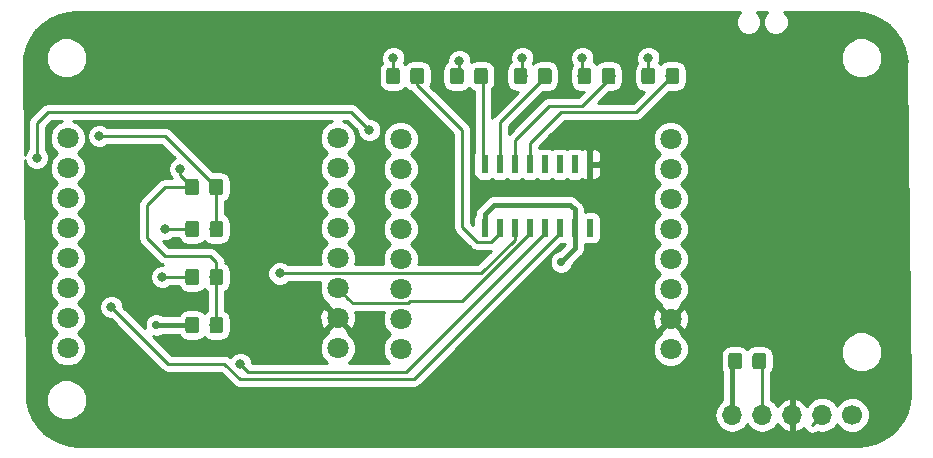
<source format=gbr>
G04 #@! TF.GenerationSoftware,KiCad,Pcbnew,(5.0.1-3-g963ef8bb5)*
G04 #@! TF.CreationDate,2019-04-05T16:02:28+08:00*
G04 #@! TF.ProjectId,cactus,6361637475732E6B696361645F706362,rev?*
G04 #@! TF.SameCoordinates,Original*
G04 #@! TF.FileFunction,Copper,L2,Bot,Signal*
G04 #@! TF.FilePolarity,Positive*
%FSLAX46Y46*%
G04 Gerber Fmt 4.6, Leading zero omitted, Abs format (unit mm)*
G04 Created by KiCad (PCBNEW (5.0.1-3-g963ef8bb5)) date 2019 April 05, Friday 16:02:28*
%MOMM*%
%LPD*%
G01*
G04 APERTURE LIST*
G04 #@! TA.AperFunction,ComponentPad*
%ADD10C,1.800000*%
G04 #@! TD*
G04 #@! TA.AperFunction,ComponentPad*
%ADD11O,1.700000X1.700000*%
G04 #@! TD*
G04 #@! TA.AperFunction,ComponentPad*
%ADD12C,1.700000*%
G04 #@! TD*
G04 #@! TA.AperFunction,SMDPad,CuDef*
%ADD13R,0.600000X1.500000*%
G04 #@! TD*
G04 #@! TA.AperFunction,Conductor*
%ADD14C,0.100000*%
G04 #@! TD*
G04 #@! TA.AperFunction,SMDPad,CuDef*
%ADD15C,1.150000*%
G04 #@! TD*
G04 #@! TA.AperFunction,ViaPad*
%ADD16C,0.800000*%
G04 #@! TD*
G04 #@! TA.AperFunction,ViaPad*
%ADD17C,0.700000*%
G04 #@! TD*
G04 #@! TA.AperFunction,Conductor*
%ADD18C,0.250000*%
G04 #@! TD*
G04 #@! TA.AperFunction,Conductor*
%ADD19C,0.400000*%
G04 #@! TD*
G04 #@! TA.AperFunction,Conductor*
%ADD20C,0.254000*%
G04 #@! TD*
G04 APERTURE END LIST*
D10*
G04 #@! TO.P,U1,8*
G04 #@! TO.N,N/C*
X169545000Y-62230000D03*
G04 #@! TO.P,U1,7*
X169545000Y-64770000D03*
G04 #@! TO.P,U1,6*
X169545000Y-67310000D03*
G04 #@! TO.P,U1,5*
X169545000Y-69850000D03*
G04 #@! TO.P,U1,4*
X169545000Y-72390000D03*
G04 #@! TO.P,U1,3*
X169545000Y-74930000D03*
G04 #@! TO.P,U1,2*
G04 #@! TO.N,GND*
X169545000Y-77470000D03*
G04 #@! TO.P,U1,1*
G04 #@! TO.N,VCC*
X169545000Y-80010000D03*
G04 #@! TO.P,U1,16*
G04 #@! TO.N,N/C*
X146685000Y-80010000D03*
G04 #@! TO.P,U1,15*
X146685000Y-77470000D03*
G04 #@! TO.P,U1,14*
X146685000Y-74930000D03*
G04 #@! TO.P,U1,13*
X146685000Y-72390000D03*
G04 #@! TO.P,U1,12*
X146685000Y-69850000D03*
G04 #@! TO.P,U1,11*
X146685000Y-67310000D03*
G04 #@! TO.P,U1,10*
G04 #@! TO.N,/A0*
X146685000Y-64770000D03*
G04 #@! TO.P,U1,9*
G04 #@! TO.N,N/C*
X146685000Y-62230000D03*
G04 #@! TD*
G04 #@! TO.P,U2,9*
G04 #@! TO.N,/RST*
X118491000Y-62166500D03*
G04 #@! TO.P,U2,10*
G04 #@! TO.N,/A0*
X118491000Y-64706500D03*
G04 #@! TO.P,U2,11*
G04 #@! TO.N,/D0*
X118491000Y-67246500D03*
G04 #@! TO.P,U2,12*
G04 #@! TO.N,/D5*
X118491000Y-69786500D03*
G04 #@! TO.P,U2,13*
G04 #@! TO.N,/D6*
X118491000Y-72326500D03*
G04 #@! TO.P,U2,14*
G04 #@! TO.N,/D7*
X118491000Y-74866500D03*
G04 #@! TO.P,U2,15*
G04 #@! TO.N,/D8*
X118491000Y-77406500D03*
G04 #@! TO.P,U2,16*
G04 #@! TO.N,/3_3V*
X118491000Y-79946500D03*
G04 #@! TO.P,U2,1*
G04 #@! TO.N,VCC*
X141351000Y-79946500D03*
G04 #@! TO.P,U2,2*
G04 #@! TO.N,GND*
X141351000Y-77406500D03*
G04 #@! TO.P,U2,3*
G04 #@! TO.N,/EN*
X141351000Y-74866500D03*
G04 #@! TO.P,U2,4*
G04 #@! TO.N,N/C*
X141351000Y-72326500D03*
G04 #@! TO.P,U2,5*
G04 #@! TO.N,/I2C_SDA*
X141351000Y-69786500D03*
G04 #@! TO.P,U2,6*
G04 #@! TO.N,/I2C_SCL*
X141351000Y-67246500D03*
G04 #@! TO.P,U2,7*
G04 #@! TO.N,N/C*
X141351000Y-64706500D03*
G04 #@! TO.P,U2,8*
X141351000Y-62166500D03*
G04 #@! TD*
D11*
G04 #@! TO.P,U4,5*
G04 #@! TO.N,VCC*
X174752000Y-85598000D03*
G04 #@! TO.P,U4,4*
G04 #@! TO.N,Net-(R9-Pad2)*
X177292000Y-85598000D03*
G04 #@! TO.P,U4,3*
G04 #@! TO.N,GND*
X179832000Y-85598000D03*
G04 #@! TO.P,U4,2*
G04 #@! TO.N,/I2C_SCL*
X182372000Y-85598000D03*
D12*
G04 #@! TO.P,U4,1*
G04 #@! TO.N,/I2C_SDA*
X184912000Y-85598000D03*
G04 #@! TD*
D13*
G04 #@! TO.P,U3,1*
G04 #@! TO.N,/QB*
X153797000Y-64356000D03*
G04 #@! TO.P,U3,2*
G04 #@! TO.N,/QC*
X155067000Y-64356000D03*
G04 #@! TO.P,U3,3*
G04 #@! TO.N,/QD*
X156337000Y-64356000D03*
G04 #@! TO.P,U3,4*
G04 #@! TO.N,/QE*
X157607000Y-64356000D03*
G04 #@! TO.P,U3,5*
G04 #@! TO.N,N/C*
X158877000Y-64356000D03*
G04 #@! TO.P,U3,6*
X160147000Y-64356000D03*
G04 #@! TO.P,U3,7*
X161417000Y-64356000D03*
G04 #@! TO.P,U3,8*
G04 #@! TO.N,GND*
X162687000Y-64356000D03*
G04 #@! TO.P,U3,9*
G04 #@! TO.N,N/C*
X162687000Y-69756000D03*
G04 #@! TO.P,U3,10*
G04 #@! TO.N,VCC*
X161417000Y-69756000D03*
G04 #@! TO.P,U3,11*
G04 #@! TO.N,/D5*
X160147000Y-69756000D03*
G04 #@! TO.P,U3,12*
G04 #@! TO.N,/D8*
X158877000Y-69756000D03*
G04 #@! TO.P,U3,13*
G04 #@! TO.N,/EN*
X157607000Y-69756000D03*
G04 #@! TO.P,U3,14*
G04 #@! TO.N,/D7*
X156337000Y-69756000D03*
G04 #@! TO.P,U3,15*
G04 #@! TO.N,/QA*
X155067000Y-69756000D03*
G04 #@! TO.P,U3,16*
G04 #@! TO.N,VCC*
X153797000Y-69756000D03*
G04 #@! TD*
D14*
G04 #@! TO.N,/RST*
G04 #@! TO.C,C1*
G36*
X131413505Y-65595204D02*
X131437773Y-65598804D01*
X131461572Y-65604765D01*
X131484671Y-65613030D01*
X131506850Y-65623520D01*
X131527893Y-65636132D01*
X131547599Y-65650747D01*
X131565777Y-65667223D01*
X131582253Y-65685401D01*
X131596868Y-65705107D01*
X131609480Y-65726150D01*
X131619970Y-65748329D01*
X131628235Y-65771428D01*
X131634196Y-65795227D01*
X131637796Y-65819495D01*
X131639000Y-65843999D01*
X131639000Y-66744001D01*
X131637796Y-66768505D01*
X131634196Y-66792773D01*
X131628235Y-66816572D01*
X131619970Y-66839671D01*
X131609480Y-66861850D01*
X131596868Y-66882893D01*
X131582253Y-66902599D01*
X131565777Y-66920777D01*
X131547599Y-66937253D01*
X131527893Y-66951868D01*
X131506850Y-66964480D01*
X131484671Y-66974970D01*
X131461572Y-66983235D01*
X131437773Y-66989196D01*
X131413505Y-66992796D01*
X131389001Y-66994000D01*
X130738999Y-66994000D01*
X130714495Y-66992796D01*
X130690227Y-66989196D01*
X130666428Y-66983235D01*
X130643329Y-66974970D01*
X130621150Y-66964480D01*
X130600107Y-66951868D01*
X130580401Y-66937253D01*
X130562223Y-66920777D01*
X130545747Y-66902599D01*
X130531132Y-66882893D01*
X130518520Y-66861850D01*
X130508030Y-66839671D01*
X130499765Y-66816572D01*
X130493804Y-66792773D01*
X130490204Y-66768505D01*
X130489000Y-66744001D01*
X130489000Y-65843999D01*
X130490204Y-65819495D01*
X130493804Y-65795227D01*
X130499765Y-65771428D01*
X130508030Y-65748329D01*
X130518520Y-65726150D01*
X130531132Y-65705107D01*
X130545747Y-65685401D01*
X130562223Y-65667223D01*
X130580401Y-65650747D01*
X130600107Y-65636132D01*
X130621150Y-65623520D01*
X130643329Y-65613030D01*
X130666428Y-65604765D01*
X130690227Y-65598804D01*
X130714495Y-65595204D01*
X130738999Y-65594000D01*
X131389001Y-65594000D01*
X131413505Y-65595204D01*
X131413505Y-65595204D01*
G37*
D15*
G04 #@! TD*
G04 #@! TO.P,C1,1*
G04 #@! TO.N,/RST*
X131064000Y-66294000D03*
D14*
G04 #@! TO.N,Net-(C1-Pad2)*
G04 #@! TO.C,C1*
G36*
X129363505Y-65595204D02*
X129387773Y-65598804D01*
X129411572Y-65604765D01*
X129434671Y-65613030D01*
X129456850Y-65623520D01*
X129477893Y-65636132D01*
X129497599Y-65650747D01*
X129515777Y-65667223D01*
X129532253Y-65685401D01*
X129546868Y-65705107D01*
X129559480Y-65726150D01*
X129569970Y-65748329D01*
X129578235Y-65771428D01*
X129584196Y-65795227D01*
X129587796Y-65819495D01*
X129589000Y-65843999D01*
X129589000Y-66744001D01*
X129587796Y-66768505D01*
X129584196Y-66792773D01*
X129578235Y-66816572D01*
X129569970Y-66839671D01*
X129559480Y-66861850D01*
X129546868Y-66882893D01*
X129532253Y-66902599D01*
X129515777Y-66920777D01*
X129497599Y-66937253D01*
X129477893Y-66951868D01*
X129456850Y-66964480D01*
X129434671Y-66974970D01*
X129411572Y-66983235D01*
X129387773Y-66989196D01*
X129363505Y-66992796D01*
X129339001Y-66994000D01*
X128688999Y-66994000D01*
X128664495Y-66992796D01*
X128640227Y-66989196D01*
X128616428Y-66983235D01*
X128593329Y-66974970D01*
X128571150Y-66964480D01*
X128550107Y-66951868D01*
X128530401Y-66937253D01*
X128512223Y-66920777D01*
X128495747Y-66902599D01*
X128481132Y-66882893D01*
X128468520Y-66861850D01*
X128458030Y-66839671D01*
X128449765Y-66816572D01*
X128443804Y-66792773D01*
X128440204Y-66768505D01*
X128439000Y-66744001D01*
X128439000Y-65843999D01*
X128440204Y-65819495D01*
X128443804Y-65795227D01*
X128449765Y-65771428D01*
X128458030Y-65748329D01*
X128468520Y-65726150D01*
X128481132Y-65705107D01*
X128495747Y-65685401D01*
X128512223Y-65667223D01*
X128530401Y-65650747D01*
X128550107Y-65636132D01*
X128571150Y-65623520D01*
X128593329Y-65613030D01*
X128616428Y-65604765D01*
X128640227Y-65598804D01*
X128664495Y-65595204D01*
X128688999Y-65594000D01*
X129339001Y-65594000D01*
X129363505Y-65595204D01*
X129363505Y-65595204D01*
G37*
D15*
G04 #@! TD*
G04 #@! TO.P,C1,2*
G04 #@! TO.N,Net-(C1-Pad2)*
X129014000Y-66294000D03*
D14*
G04 #@! TO.N,Net-(D1-Pad2)*
G04 #@! TO.C,R1*
G36*
X146381505Y-56197204D02*
X146405773Y-56200804D01*
X146429572Y-56206765D01*
X146452671Y-56215030D01*
X146474850Y-56225520D01*
X146495893Y-56238132D01*
X146515599Y-56252747D01*
X146533777Y-56269223D01*
X146550253Y-56287401D01*
X146564868Y-56307107D01*
X146577480Y-56328150D01*
X146587970Y-56350329D01*
X146596235Y-56373428D01*
X146602196Y-56397227D01*
X146605796Y-56421495D01*
X146607000Y-56445999D01*
X146607000Y-57346001D01*
X146605796Y-57370505D01*
X146602196Y-57394773D01*
X146596235Y-57418572D01*
X146587970Y-57441671D01*
X146577480Y-57463850D01*
X146564868Y-57484893D01*
X146550253Y-57504599D01*
X146533777Y-57522777D01*
X146515599Y-57539253D01*
X146495893Y-57553868D01*
X146474850Y-57566480D01*
X146452671Y-57576970D01*
X146429572Y-57585235D01*
X146405773Y-57591196D01*
X146381505Y-57594796D01*
X146357001Y-57596000D01*
X145706999Y-57596000D01*
X145682495Y-57594796D01*
X145658227Y-57591196D01*
X145634428Y-57585235D01*
X145611329Y-57576970D01*
X145589150Y-57566480D01*
X145568107Y-57553868D01*
X145548401Y-57539253D01*
X145530223Y-57522777D01*
X145513747Y-57504599D01*
X145499132Y-57484893D01*
X145486520Y-57463850D01*
X145476030Y-57441671D01*
X145467765Y-57418572D01*
X145461804Y-57394773D01*
X145458204Y-57370505D01*
X145457000Y-57346001D01*
X145457000Y-56445999D01*
X145458204Y-56421495D01*
X145461804Y-56397227D01*
X145467765Y-56373428D01*
X145476030Y-56350329D01*
X145486520Y-56328150D01*
X145499132Y-56307107D01*
X145513747Y-56287401D01*
X145530223Y-56269223D01*
X145548401Y-56252747D01*
X145568107Y-56238132D01*
X145589150Y-56225520D01*
X145611329Y-56215030D01*
X145634428Y-56206765D01*
X145658227Y-56200804D01*
X145682495Y-56197204D01*
X145706999Y-56196000D01*
X146357001Y-56196000D01*
X146381505Y-56197204D01*
X146381505Y-56197204D01*
G37*
D15*
G04 #@! TD*
G04 #@! TO.P,R1,2*
G04 #@! TO.N,Net-(D1-Pad2)*
X146032000Y-56896000D03*
D14*
G04 #@! TO.N,/QA*
G04 #@! TO.C,R1*
G36*
X148431505Y-56197204D02*
X148455773Y-56200804D01*
X148479572Y-56206765D01*
X148502671Y-56215030D01*
X148524850Y-56225520D01*
X148545893Y-56238132D01*
X148565599Y-56252747D01*
X148583777Y-56269223D01*
X148600253Y-56287401D01*
X148614868Y-56307107D01*
X148627480Y-56328150D01*
X148637970Y-56350329D01*
X148646235Y-56373428D01*
X148652196Y-56397227D01*
X148655796Y-56421495D01*
X148657000Y-56445999D01*
X148657000Y-57346001D01*
X148655796Y-57370505D01*
X148652196Y-57394773D01*
X148646235Y-57418572D01*
X148637970Y-57441671D01*
X148627480Y-57463850D01*
X148614868Y-57484893D01*
X148600253Y-57504599D01*
X148583777Y-57522777D01*
X148565599Y-57539253D01*
X148545893Y-57553868D01*
X148524850Y-57566480D01*
X148502671Y-57576970D01*
X148479572Y-57585235D01*
X148455773Y-57591196D01*
X148431505Y-57594796D01*
X148407001Y-57596000D01*
X147756999Y-57596000D01*
X147732495Y-57594796D01*
X147708227Y-57591196D01*
X147684428Y-57585235D01*
X147661329Y-57576970D01*
X147639150Y-57566480D01*
X147618107Y-57553868D01*
X147598401Y-57539253D01*
X147580223Y-57522777D01*
X147563747Y-57504599D01*
X147549132Y-57484893D01*
X147536520Y-57463850D01*
X147526030Y-57441671D01*
X147517765Y-57418572D01*
X147511804Y-57394773D01*
X147508204Y-57370505D01*
X147507000Y-57346001D01*
X147507000Y-56445999D01*
X147508204Y-56421495D01*
X147511804Y-56397227D01*
X147517765Y-56373428D01*
X147526030Y-56350329D01*
X147536520Y-56328150D01*
X147549132Y-56307107D01*
X147563747Y-56287401D01*
X147580223Y-56269223D01*
X147598401Y-56252747D01*
X147618107Y-56238132D01*
X147639150Y-56225520D01*
X147661329Y-56215030D01*
X147684428Y-56206765D01*
X147708227Y-56200804D01*
X147732495Y-56197204D01*
X147756999Y-56196000D01*
X148407001Y-56196000D01*
X148431505Y-56197204D01*
X148431505Y-56197204D01*
G37*
D15*
G04 #@! TD*
G04 #@! TO.P,R1,1*
G04 #@! TO.N,/QA*
X148082000Y-56896000D03*
D14*
G04 #@! TO.N,/QB*
G04 #@! TO.C,R2*
G36*
X153833505Y-56197204D02*
X153857773Y-56200804D01*
X153881572Y-56206765D01*
X153904671Y-56215030D01*
X153926850Y-56225520D01*
X153947893Y-56238132D01*
X153967599Y-56252747D01*
X153985777Y-56269223D01*
X154002253Y-56287401D01*
X154016868Y-56307107D01*
X154029480Y-56328150D01*
X154039970Y-56350329D01*
X154048235Y-56373428D01*
X154054196Y-56397227D01*
X154057796Y-56421495D01*
X154059000Y-56445999D01*
X154059000Y-57346001D01*
X154057796Y-57370505D01*
X154054196Y-57394773D01*
X154048235Y-57418572D01*
X154039970Y-57441671D01*
X154029480Y-57463850D01*
X154016868Y-57484893D01*
X154002253Y-57504599D01*
X153985777Y-57522777D01*
X153967599Y-57539253D01*
X153947893Y-57553868D01*
X153926850Y-57566480D01*
X153904671Y-57576970D01*
X153881572Y-57585235D01*
X153857773Y-57591196D01*
X153833505Y-57594796D01*
X153809001Y-57596000D01*
X153158999Y-57596000D01*
X153134495Y-57594796D01*
X153110227Y-57591196D01*
X153086428Y-57585235D01*
X153063329Y-57576970D01*
X153041150Y-57566480D01*
X153020107Y-57553868D01*
X153000401Y-57539253D01*
X152982223Y-57522777D01*
X152965747Y-57504599D01*
X152951132Y-57484893D01*
X152938520Y-57463850D01*
X152928030Y-57441671D01*
X152919765Y-57418572D01*
X152913804Y-57394773D01*
X152910204Y-57370505D01*
X152909000Y-57346001D01*
X152909000Y-56445999D01*
X152910204Y-56421495D01*
X152913804Y-56397227D01*
X152919765Y-56373428D01*
X152928030Y-56350329D01*
X152938520Y-56328150D01*
X152951132Y-56307107D01*
X152965747Y-56287401D01*
X152982223Y-56269223D01*
X153000401Y-56252747D01*
X153020107Y-56238132D01*
X153041150Y-56225520D01*
X153063329Y-56215030D01*
X153086428Y-56206765D01*
X153110227Y-56200804D01*
X153134495Y-56197204D01*
X153158999Y-56196000D01*
X153809001Y-56196000D01*
X153833505Y-56197204D01*
X153833505Y-56197204D01*
G37*
D15*
G04 #@! TD*
G04 #@! TO.P,R2,1*
G04 #@! TO.N,/QB*
X153484000Y-56896000D03*
D14*
G04 #@! TO.N,Net-(D2-Pad2)*
G04 #@! TO.C,R2*
G36*
X151783505Y-56197204D02*
X151807773Y-56200804D01*
X151831572Y-56206765D01*
X151854671Y-56215030D01*
X151876850Y-56225520D01*
X151897893Y-56238132D01*
X151917599Y-56252747D01*
X151935777Y-56269223D01*
X151952253Y-56287401D01*
X151966868Y-56307107D01*
X151979480Y-56328150D01*
X151989970Y-56350329D01*
X151998235Y-56373428D01*
X152004196Y-56397227D01*
X152007796Y-56421495D01*
X152009000Y-56445999D01*
X152009000Y-57346001D01*
X152007796Y-57370505D01*
X152004196Y-57394773D01*
X151998235Y-57418572D01*
X151989970Y-57441671D01*
X151979480Y-57463850D01*
X151966868Y-57484893D01*
X151952253Y-57504599D01*
X151935777Y-57522777D01*
X151917599Y-57539253D01*
X151897893Y-57553868D01*
X151876850Y-57566480D01*
X151854671Y-57576970D01*
X151831572Y-57585235D01*
X151807773Y-57591196D01*
X151783505Y-57594796D01*
X151759001Y-57596000D01*
X151108999Y-57596000D01*
X151084495Y-57594796D01*
X151060227Y-57591196D01*
X151036428Y-57585235D01*
X151013329Y-57576970D01*
X150991150Y-57566480D01*
X150970107Y-57553868D01*
X150950401Y-57539253D01*
X150932223Y-57522777D01*
X150915747Y-57504599D01*
X150901132Y-57484893D01*
X150888520Y-57463850D01*
X150878030Y-57441671D01*
X150869765Y-57418572D01*
X150863804Y-57394773D01*
X150860204Y-57370505D01*
X150859000Y-57346001D01*
X150859000Y-56445999D01*
X150860204Y-56421495D01*
X150863804Y-56397227D01*
X150869765Y-56373428D01*
X150878030Y-56350329D01*
X150888520Y-56328150D01*
X150901132Y-56307107D01*
X150915747Y-56287401D01*
X150932223Y-56269223D01*
X150950401Y-56252747D01*
X150970107Y-56238132D01*
X150991150Y-56225520D01*
X151013329Y-56215030D01*
X151036428Y-56206765D01*
X151060227Y-56200804D01*
X151084495Y-56197204D01*
X151108999Y-56196000D01*
X151759001Y-56196000D01*
X151783505Y-56197204D01*
X151783505Y-56197204D01*
G37*
D15*
G04 #@! TD*
G04 #@! TO.P,R2,2*
G04 #@! TO.N,Net-(D2-Pad2)*
X151434000Y-56896000D03*
D14*
G04 #@! TO.N,Net-(D3-Pad2)*
G04 #@! TO.C,R3*
G36*
X157185505Y-56197204D02*
X157209773Y-56200804D01*
X157233572Y-56206765D01*
X157256671Y-56215030D01*
X157278850Y-56225520D01*
X157299893Y-56238132D01*
X157319599Y-56252747D01*
X157337777Y-56269223D01*
X157354253Y-56287401D01*
X157368868Y-56307107D01*
X157381480Y-56328150D01*
X157391970Y-56350329D01*
X157400235Y-56373428D01*
X157406196Y-56397227D01*
X157409796Y-56421495D01*
X157411000Y-56445999D01*
X157411000Y-57346001D01*
X157409796Y-57370505D01*
X157406196Y-57394773D01*
X157400235Y-57418572D01*
X157391970Y-57441671D01*
X157381480Y-57463850D01*
X157368868Y-57484893D01*
X157354253Y-57504599D01*
X157337777Y-57522777D01*
X157319599Y-57539253D01*
X157299893Y-57553868D01*
X157278850Y-57566480D01*
X157256671Y-57576970D01*
X157233572Y-57585235D01*
X157209773Y-57591196D01*
X157185505Y-57594796D01*
X157161001Y-57596000D01*
X156510999Y-57596000D01*
X156486495Y-57594796D01*
X156462227Y-57591196D01*
X156438428Y-57585235D01*
X156415329Y-57576970D01*
X156393150Y-57566480D01*
X156372107Y-57553868D01*
X156352401Y-57539253D01*
X156334223Y-57522777D01*
X156317747Y-57504599D01*
X156303132Y-57484893D01*
X156290520Y-57463850D01*
X156280030Y-57441671D01*
X156271765Y-57418572D01*
X156265804Y-57394773D01*
X156262204Y-57370505D01*
X156261000Y-57346001D01*
X156261000Y-56445999D01*
X156262204Y-56421495D01*
X156265804Y-56397227D01*
X156271765Y-56373428D01*
X156280030Y-56350329D01*
X156290520Y-56328150D01*
X156303132Y-56307107D01*
X156317747Y-56287401D01*
X156334223Y-56269223D01*
X156352401Y-56252747D01*
X156372107Y-56238132D01*
X156393150Y-56225520D01*
X156415329Y-56215030D01*
X156438428Y-56206765D01*
X156462227Y-56200804D01*
X156486495Y-56197204D01*
X156510999Y-56196000D01*
X157161001Y-56196000D01*
X157185505Y-56197204D01*
X157185505Y-56197204D01*
G37*
D15*
G04 #@! TD*
G04 #@! TO.P,R3,2*
G04 #@! TO.N,Net-(D3-Pad2)*
X156836000Y-56896000D03*
D14*
G04 #@! TO.N,/QC*
G04 #@! TO.C,R3*
G36*
X159235505Y-56197204D02*
X159259773Y-56200804D01*
X159283572Y-56206765D01*
X159306671Y-56215030D01*
X159328850Y-56225520D01*
X159349893Y-56238132D01*
X159369599Y-56252747D01*
X159387777Y-56269223D01*
X159404253Y-56287401D01*
X159418868Y-56307107D01*
X159431480Y-56328150D01*
X159441970Y-56350329D01*
X159450235Y-56373428D01*
X159456196Y-56397227D01*
X159459796Y-56421495D01*
X159461000Y-56445999D01*
X159461000Y-57346001D01*
X159459796Y-57370505D01*
X159456196Y-57394773D01*
X159450235Y-57418572D01*
X159441970Y-57441671D01*
X159431480Y-57463850D01*
X159418868Y-57484893D01*
X159404253Y-57504599D01*
X159387777Y-57522777D01*
X159369599Y-57539253D01*
X159349893Y-57553868D01*
X159328850Y-57566480D01*
X159306671Y-57576970D01*
X159283572Y-57585235D01*
X159259773Y-57591196D01*
X159235505Y-57594796D01*
X159211001Y-57596000D01*
X158560999Y-57596000D01*
X158536495Y-57594796D01*
X158512227Y-57591196D01*
X158488428Y-57585235D01*
X158465329Y-57576970D01*
X158443150Y-57566480D01*
X158422107Y-57553868D01*
X158402401Y-57539253D01*
X158384223Y-57522777D01*
X158367747Y-57504599D01*
X158353132Y-57484893D01*
X158340520Y-57463850D01*
X158330030Y-57441671D01*
X158321765Y-57418572D01*
X158315804Y-57394773D01*
X158312204Y-57370505D01*
X158311000Y-57346001D01*
X158311000Y-56445999D01*
X158312204Y-56421495D01*
X158315804Y-56397227D01*
X158321765Y-56373428D01*
X158330030Y-56350329D01*
X158340520Y-56328150D01*
X158353132Y-56307107D01*
X158367747Y-56287401D01*
X158384223Y-56269223D01*
X158402401Y-56252747D01*
X158422107Y-56238132D01*
X158443150Y-56225520D01*
X158465329Y-56215030D01*
X158488428Y-56206765D01*
X158512227Y-56200804D01*
X158536495Y-56197204D01*
X158560999Y-56196000D01*
X159211001Y-56196000D01*
X159235505Y-56197204D01*
X159235505Y-56197204D01*
G37*
D15*
G04 #@! TD*
G04 #@! TO.P,R3,1*
G04 #@! TO.N,/QC*
X158886000Y-56896000D03*
D14*
G04 #@! TO.N,/QD*
G04 #@! TO.C,R4*
G36*
X164637505Y-56197204D02*
X164661773Y-56200804D01*
X164685572Y-56206765D01*
X164708671Y-56215030D01*
X164730850Y-56225520D01*
X164751893Y-56238132D01*
X164771599Y-56252747D01*
X164789777Y-56269223D01*
X164806253Y-56287401D01*
X164820868Y-56307107D01*
X164833480Y-56328150D01*
X164843970Y-56350329D01*
X164852235Y-56373428D01*
X164858196Y-56397227D01*
X164861796Y-56421495D01*
X164863000Y-56445999D01*
X164863000Y-57346001D01*
X164861796Y-57370505D01*
X164858196Y-57394773D01*
X164852235Y-57418572D01*
X164843970Y-57441671D01*
X164833480Y-57463850D01*
X164820868Y-57484893D01*
X164806253Y-57504599D01*
X164789777Y-57522777D01*
X164771599Y-57539253D01*
X164751893Y-57553868D01*
X164730850Y-57566480D01*
X164708671Y-57576970D01*
X164685572Y-57585235D01*
X164661773Y-57591196D01*
X164637505Y-57594796D01*
X164613001Y-57596000D01*
X163962999Y-57596000D01*
X163938495Y-57594796D01*
X163914227Y-57591196D01*
X163890428Y-57585235D01*
X163867329Y-57576970D01*
X163845150Y-57566480D01*
X163824107Y-57553868D01*
X163804401Y-57539253D01*
X163786223Y-57522777D01*
X163769747Y-57504599D01*
X163755132Y-57484893D01*
X163742520Y-57463850D01*
X163732030Y-57441671D01*
X163723765Y-57418572D01*
X163717804Y-57394773D01*
X163714204Y-57370505D01*
X163713000Y-57346001D01*
X163713000Y-56445999D01*
X163714204Y-56421495D01*
X163717804Y-56397227D01*
X163723765Y-56373428D01*
X163732030Y-56350329D01*
X163742520Y-56328150D01*
X163755132Y-56307107D01*
X163769747Y-56287401D01*
X163786223Y-56269223D01*
X163804401Y-56252747D01*
X163824107Y-56238132D01*
X163845150Y-56225520D01*
X163867329Y-56215030D01*
X163890428Y-56206765D01*
X163914227Y-56200804D01*
X163938495Y-56197204D01*
X163962999Y-56196000D01*
X164613001Y-56196000D01*
X164637505Y-56197204D01*
X164637505Y-56197204D01*
G37*
D15*
G04 #@! TD*
G04 #@! TO.P,R4,1*
G04 #@! TO.N,/QD*
X164288000Y-56896000D03*
D14*
G04 #@! TO.N,Net-(D4-Pad2)*
G04 #@! TO.C,R4*
G36*
X162587505Y-56197204D02*
X162611773Y-56200804D01*
X162635572Y-56206765D01*
X162658671Y-56215030D01*
X162680850Y-56225520D01*
X162701893Y-56238132D01*
X162721599Y-56252747D01*
X162739777Y-56269223D01*
X162756253Y-56287401D01*
X162770868Y-56307107D01*
X162783480Y-56328150D01*
X162793970Y-56350329D01*
X162802235Y-56373428D01*
X162808196Y-56397227D01*
X162811796Y-56421495D01*
X162813000Y-56445999D01*
X162813000Y-57346001D01*
X162811796Y-57370505D01*
X162808196Y-57394773D01*
X162802235Y-57418572D01*
X162793970Y-57441671D01*
X162783480Y-57463850D01*
X162770868Y-57484893D01*
X162756253Y-57504599D01*
X162739777Y-57522777D01*
X162721599Y-57539253D01*
X162701893Y-57553868D01*
X162680850Y-57566480D01*
X162658671Y-57576970D01*
X162635572Y-57585235D01*
X162611773Y-57591196D01*
X162587505Y-57594796D01*
X162563001Y-57596000D01*
X161912999Y-57596000D01*
X161888495Y-57594796D01*
X161864227Y-57591196D01*
X161840428Y-57585235D01*
X161817329Y-57576970D01*
X161795150Y-57566480D01*
X161774107Y-57553868D01*
X161754401Y-57539253D01*
X161736223Y-57522777D01*
X161719747Y-57504599D01*
X161705132Y-57484893D01*
X161692520Y-57463850D01*
X161682030Y-57441671D01*
X161673765Y-57418572D01*
X161667804Y-57394773D01*
X161664204Y-57370505D01*
X161663000Y-57346001D01*
X161663000Y-56445999D01*
X161664204Y-56421495D01*
X161667804Y-56397227D01*
X161673765Y-56373428D01*
X161682030Y-56350329D01*
X161692520Y-56328150D01*
X161705132Y-56307107D01*
X161719747Y-56287401D01*
X161736223Y-56269223D01*
X161754401Y-56252747D01*
X161774107Y-56238132D01*
X161795150Y-56225520D01*
X161817329Y-56215030D01*
X161840428Y-56206765D01*
X161864227Y-56200804D01*
X161888495Y-56197204D01*
X161912999Y-56196000D01*
X162563001Y-56196000D01*
X162587505Y-56197204D01*
X162587505Y-56197204D01*
G37*
D15*
G04 #@! TD*
G04 #@! TO.P,R4,2*
G04 #@! TO.N,Net-(D4-Pad2)*
X162238000Y-56896000D03*
D14*
G04 #@! TO.N,Net-(D5-Pad2)*
G04 #@! TO.C,R5*
G36*
X167989505Y-56197204D02*
X168013773Y-56200804D01*
X168037572Y-56206765D01*
X168060671Y-56215030D01*
X168082850Y-56225520D01*
X168103893Y-56238132D01*
X168123599Y-56252747D01*
X168141777Y-56269223D01*
X168158253Y-56287401D01*
X168172868Y-56307107D01*
X168185480Y-56328150D01*
X168195970Y-56350329D01*
X168204235Y-56373428D01*
X168210196Y-56397227D01*
X168213796Y-56421495D01*
X168215000Y-56445999D01*
X168215000Y-57346001D01*
X168213796Y-57370505D01*
X168210196Y-57394773D01*
X168204235Y-57418572D01*
X168195970Y-57441671D01*
X168185480Y-57463850D01*
X168172868Y-57484893D01*
X168158253Y-57504599D01*
X168141777Y-57522777D01*
X168123599Y-57539253D01*
X168103893Y-57553868D01*
X168082850Y-57566480D01*
X168060671Y-57576970D01*
X168037572Y-57585235D01*
X168013773Y-57591196D01*
X167989505Y-57594796D01*
X167965001Y-57596000D01*
X167314999Y-57596000D01*
X167290495Y-57594796D01*
X167266227Y-57591196D01*
X167242428Y-57585235D01*
X167219329Y-57576970D01*
X167197150Y-57566480D01*
X167176107Y-57553868D01*
X167156401Y-57539253D01*
X167138223Y-57522777D01*
X167121747Y-57504599D01*
X167107132Y-57484893D01*
X167094520Y-57463850D01*
X167084030Y-57441671D01*
X167075765Y-57418572D01*
X167069804Y-57394773D01*
X167066204Y-57370505D01*
X167065000Y-57346001D01*
X167065000Y-56445999D01*
X167066204Y-56421495D01*
X167069804Y-56397227D01*
X167075765Y-56373428D01*
X167084030Y-56350329D01*
X167094520Y-56328150D01*
X167107132Y-56307107D01*
X167121747Y-56287401D01*
X167138223Y-56269223D01*
X167156401Y-56252747D01*
X167176107Y-56238132D01*
X167197150Y-56225520D01*
X167219329Y-56215030D01*
X167242428Y-56206765D01*
X167266227Y-56200804D01*
X167290495Y-56197204D01*
X167314999Y-56196000D01*
X167965001Y-56196000D01*
X167989505Y-56197204D01*
X167989505Y-56197204D01*
G37*
D15*
G04 #@! TD*
G04 #@! TO.P,R5,2*
G04 #@! TO.N,Net-(D5-Pad2)*
X167640000Y-56896000D03*
D14*
G04 #@! TO.N,/QE*
G04 #@! TO.C,R5*
G36*
X170039505Y-56197204D02*
X170063773Y-56200804D01*
X170087572Y-56206765D01*
X170110671Y-56215030D01*
X170132850Y-56225520D01*
X170153893Y-56238132D01*
X170173599Y-56252747D01*
X170191777Y-56269223D01*
X170208253Y-56287401D01*
X170222868Y-56307107D01*
X170235480Y-56328150D01*
X170245970Y-56350329D01*
X170254235Y-56373428D01*
X170260196Y-56397227D01*
X170263796Y-56421495D01*
X170265000Y-56445999D01*
X170265000Y-57346001D01*
X170263796Y-57370505D01*
X170260196Y-57394773D01*
X170254235Y-57418572D01*
X170245970Y-57441671D01*
X170235480Y-57463850D01*
X170222868Y-57484893D01*
X170208253Y-57504599D01*
X170191777Y-57522777D01*
X170173599Y-57539253D01*
X170153893Y-57553868D01*
X170132850Y-57566480D01*
X170110671Y-57576970D01*
X170087572Y-57585235D01*
X170063773Y-57591196D01*
X170039505Y-57594796D01*
X170015001Y-57596000D01*
X169364999Y-57596000D01*
X169340495Y-57594796D01*
X169316227Y-57591196D01*
X169292428Y-57585235D01*
X169269329Y-57576970D01*
X169247150Y-57566480D01*
X169226107Y-57553868D01*
X169206401Y-57539253D01*
X169188223Y-57522777D01*
X169171747Y-57504599D01*
X169157132Y-57484893D01*
X169144520Y-57463850D01*
X169134030Y-57441671D01*
X169125765Y-57418572D01*
X169119804Y-57394773D01*
X169116204Y-57370505D01*
X169115000Y-57346001D01*
X169115000Y-56445999D01*
X169116204Y-56421495D01*
X169119804Y-56397227D01*
X169125765Y-56373428D01*
X169134030Y-56350329D01*
X169144520Y-56328150D01*
X169157132Y-56307107D01*
X169171747Y-56287401D01*
X169188223Y-56269223D01*
X169206401Y-56252747D01*
X169226107Y-56238132D01*
X169247150Y-56225520D01*
X169269329Y-56215030D01*
X169292428Y-56206765D01*
X169316227Y-56200804D01*
X169340495Y-56197204D01*
X169364999Y-56196000D01*
X170015001Y-56196000D01*
X170039505Y-56197204D01*
X170039505Y-56197204D01*
G37*
D15*
G04 #@! TD*
G04 #@! TO.P,R5,1*
G04 #@! TO.N,/QE*
X169690000Y-56896000D03*
D14*
G04 #@! TO.N,/RST*
G04 #@! TO.C,R6*
G36*
X131431505Y-69151204D02*
X131455773Y-69154804D01*
X131479572Y-69160765D01*
X131502671Y-69169030D01*
X131524850Y-69179520D01*
X131545893Y-69192132D01*
X131565599Y-69206747D01*
X131583777Y-69223223D01*
X131600253Y-69241401D01*
X131614868Y-69261107D01*
X131627480Y-69282150D01*
X131637970Y-69304329D01*
X131646235Y-69327428D01*
X131652196Y-69351227D01*
X131655796Y-69375495D01*
X131657000Y-69399999D01*
X131657000Y-70300001D01*
X131655796Y-70324505D01*
X131652196Y-70348773D01*
X131646235Y-70372572D01*
X131637970Y-70395671D01*
X131627480Y-70417850D01*
X131614868Y-70438893D01*
X131600253Y-70458599D01*
X131583777Y-70476777D01*
X131565599Y-70493253D01*
X131545893Y-70507868D01*
X131524850Y-70520480D01*
X131502671Y-70530970D01*
X131479572Y-70539235D01*
X131455773Y-70545196D01*
X131431505Y-70548796D01*
X131407001Y-70550000D01*
X130756999Y-70550000D01*
X130732495Y-70548796D01*
X130708227Y-70545196D01*
X130684428Y-70539235D01*
X130661329Y-70530970D01*
X130639150Y-70520480D01*
X130618107Y-70507868D01*
X130598401Y-70493253D01*
X130580223Y-70476777D01*
X130563747Y-70458599D01*
X130549132Y-70438893D01*
X130536520Y-70417850D01*
X130526030Y-70395671D01*
X130517765Y-70372572D01*
X130511804Y-70348773D01*
X130508204Y-70324505D01*
X130507000Y-70300001D01*
X130507000Y-69399999D01*
X130508204Y-69375495D01*
X130511804Y-69351227D01*
X130517765Y-69327428D01*
X130526030Y-69304329D01*
X130536520Y-69282150D01*
X130549132Y-69261107D01*
X130563747Y-69241401D01*
X130580223Y-69223223D01*
X130598401Y-69206747D01*
X130618107Y-69192132D01*
X130639150Y-69179520D01*
X130661329Y-69169030D01*
X130684428Y-69160765D01*
X130708227Y-69154804D01*
X130732495Y-69151204D01*
X130756999Y-69150000D01*
X131407001Y-69150000D01*
X131431505Y-69151204D01*
X131431505Y-69151204D01*
G37*
D15*
G04 #@! TD*
G04 #@! TO.P,R6,1*
G04 #@! TO.N,/RST*
X131082000Y-69850000D03*
D14*
G04 #@! TO.N,/D0*
G04 #@! TO.C,R6*
G36*
X129381505Y-69151204D02*
X129405773Y-69154804D01*
X129429572Y-69160765D01*
X129452671Y-69169030D01*
X129474850Y-69179520D01*
X129495893Y-69192132D01*
X129515599Y-69206747D01*
X129533777Y-69223223D01*
X129550253Y-69241401D01*
X129564868Y-69261107D01*
X129577480Y-69282150D01*
X129587970Y-69304329D01*
X129596235Y-69327428D01*
X129602196Y-69351227D01*
X129605796Y-69375495D01*
X129607000Y-69399999D01*
X129607000Y-70300001D01*
X129605796Y-70324505D01*
X129602196Y-70348773D01*
X129596235Y-70372572D01*
X129587970Y-70395671D01*
X129577480Y-70417850D01*
X129564868Y-70438893D01*
X129550253Y-70458599D01*
X129533777Y-70476777D01*
X129515599Y-70493253D01*
X129495893Y-70507868D01*
X129474850Y-70520480D01*
X129452671Y-70530970D01*
X129429572Y-70539235D01*
X129405773Y-70545196D01*
X129381505Y-70548796D01*
X129357001Y-70550000D01*
X128706999Y-70550000D01*
X128682495Y-70548796D01*
X128658227Y-70545196D01*
X128634428Y-70539235D01*
X128611329Y-70530970D01*
X128589150Y-70520480D01*
X128568107Y-70507868D01*
X128548401Y-70493253D01*
X128530223Y-70476777D01*
X128513747Y-70458599D01*
X128499132Y-70438893D01*
X128486520Y-70417850D01*
X128476030Y-70395671D01*
X128467765Y-70372572D01*
X128461804Y-70348773D01*
X128458204Y-70324505D01*
X128457000Y-70300001D01*
X128457000Y-69399999D01*
X128458204Y-69375495D01*
X128461804Y-69351227D01*
X128467765Y-69327428D01*
X128476030Y-69304329D01*
X128486520Y-69282150D01*
X128499132Y-69261107D01*
X128513747Y-69241401D01*
X128530223Y-69223223D01*
X128548401Y-69206747D01*
X128568107Y-69192132D01*
X128589150Y-69179520D01*
X128611329Y-69169030D01*
X128634428Y-69160765D01*
X128658227Y-69154804D01*
X128682495Y-69151204D01*
X128706999Y-69150000D01*
X129357001Y-69150000D01*
X129381505Y-69151204D01*
X129381505Y-69151204D01*
G37*
D15*
G04 #@! TD*
G04 #@! TO.P,R6,2*
G04 #@! TO.N,/D0*
X129032000Y-69850000D03*
D14*
G04 #@! TO.N,/D6*
G04 #@! TO.C,R7*
G36*
X129381505Y-73215204D02*
X129405773Y-73218804D01*
X129429572Y-73224765D01*
X129452671Y-73233030D01*
X129474850Y-73243520D01*
X129495893Y-73256132D01*
X129515599Y-73270747D01*
X129533777Y-73287223D01*
X129550253Y-73305401D01*
X129564868Y-73325107D01*
X129577480Y-73346150D01*
X129587970Y-73368329D01*
X129596235Y-73391428D01*
X129602196Y-73415227D01*
X129605796Y-73439495D01*
X129607000Y-73463999D01*
X129607000Y-74364001D01*
X129605796Y-74388505D01*
X129602196Y-74412773D01*
X129596235Y-74436572D01*
X129587970Y-74459671D01*
X129577480Y-74481850D01*
X129564868Y-74502893D01*
X129550253Y-74522599D01*
X129533777Y-74540777D01*
X129515599Y-74557253D01*
X129495893Y-74571868D01*
X129474850Y-74584480D01*
X129452671Y-74594970D01*
X129429572Y-74603235D01*
X129405773Y-74609196D01*
X129381505Y-74612796D01*
X129357001Y-74614000D01*
X128706999Y-74614000D01*
X128682495Y-74612796D01*
X128658227Y-74609196D01*
X128634428Y-74603235D01*
X128611329Y-74594970D01*
X128589150Y-74584480D01*
X128568107Y-74571868D01*
X128548401Y-74557253D01*
X128530223Y-74540777D01*
X128513747Y-74522599D01*
X128499132Y-74502893D01*
X128486520Y-74481850D01*
X128476030Y-74459671D01*
X128467765Y-74436572D01*
X128461804Y-74412773D01*
X128458204Y-74388505D01*
X128457000Y-74364001D01*
X128457000Y-73463999D01*
X128458204Y-73439495D01*
X128461804Y-73415227D01*
X128467765Y-73391428D01*
X128476030Y-73368329D01*
X128486520Y-73346150D01*
X128499132Y-73325107D01*
X128513747Y-73305401D01*
X128530223Y-73287223D01*
X128548401Y-73270747D01*
X128568107Y-73256132D01*
X128589150Y-73243520D01*
X128611329Y-73233030D01*
X128634428Y-73224765D01*
X128658227Y-73218804D01*
X128682495Y-73215204D01*
X128706999Y-73214000D01*
X129357001Y-73214000D01*
X129381505Y-73215204D01*
X129381505Y-73215204D01*
G37*
D15*
G04 #@! TD*
G04 #@! TO.P,R7,2*
G04 #@! TO.N,/D6*
X129032000Y-73914000D03*
D14*
G04 #@! TO.N,Net-(C1-Pad2)*
G04 #@! TO.C,R7*
G36*
X131431505Y-73215204D02*
X131455773Y-73218804D01*
X131479572Y-73224765D01*
X131502671Y-73233030D01*
X131524850Y-73243520D01*
X131545893Y-73256132D01*
X131565599Y-73270747D01*
X131583777Y-73287223D01*
X131600253Y-73305401D01*
X131614868Y-73325107D01*
X131627480Y-73346150D01*
X131637970Y-73368329D01*
X131646235Y-73391428D01*
X131652196Y-73415227D01*
X131655796Y-73439495D01*
X131657000Y-73463999D01*
X131657000Y-74364001D01*
X131655796Y-74388505D01*
X131652196Y-74412773D01*
X131646235Y-74436572D01*
X131637970Y-74459671D01*
X131627480Y-74481850D01*
X131614868Y-74502893D01*
X131600253Y-74522599D01*
X131583777Y-74540777D01*
X131565599Y-74557253D01*
X131545893Y-74571868D01*
X131524850Y-74584480D01*
X131502671Y-74594970D01*
X131479572Y-74603235D01*
X131455773Y-74609196D01*
X131431505Y-74612796D01*
X131407001Y-74614000D01*
X130756999Y-74614000D01*
X130732495Y-74612796D01*
X130708227Y-74609196D01*
X130684428Y-74603235D01*
X130661329Y-74594970D01*
X130639150Y-74584480D01*
X130618107Y-74571868D01*
X130598401Y-74557253D01*
X130580223Y-74540777D01*
X130563747Y-74522599D01*
X130549132Y-74502893D01*
X130536520Y-74481850D01*
X130526030Y-74459671D01*
X130517765Y-74436572D01*
X130511804Y-74412773D01*
X130508204Y-74388505D01*
X130507000Y-74364001D01*
X130507000Y-73463999D01*
X130508204Y-73439495D01*
X130511804Y-73415227D01*
X130517765Y-73391428D01*
X130526030Y-73368329D01*
X130536520Y-73346150D01*
X130549132Y-73325107D01*
X130563747Y-73305401D01*
X130580223Y-73287223D01*
X130598401Y-73270747D01*
X130618107Y-73256132D01*
X130639150Y-73243520D01*
X130661329Y-73233030D01*
X130684428Y-73224765D01*
X130708227Y-73218804D01*
X130732495Y-73215204D01*
X130756999Y-73214000D01*
X131407001Y-73214000D01*
X131431505Y-73215204D01*
X131431505Y-73215204D01*
G37*
D15*
G04 #@! TD*
G04 #@! TO.P,R7,1*
G04 #@! TO.N,Net-(C1-Pad2)*
X131082000Y-73914000D03*
D14*
G04 #@! TO.N,Net-(C1-Pad2)*
G04 #@! TO.C,R8*
G36*
X131431505Y-77279204D02*
X131455773Y-77282804D01*
X131479572Y-77288765D01*
X131502671Y-77297030D01*
X131524850Y-77307520D01*
X131545893Y-77320132D01*
X131565599Y-77334747D01*
X131583777Y-77351223D01*
X131600253Y-77369401D01*
X131614868Y-77389107D01*
X131627480Y-77410150D01*
X131637970Y-77432329D01*
X131646235Y-77455428D01*
X131652196Y-77479227D01*
X131655796Y-77503495D01*
X131657000Y-77527999D01*
X131657000Y-78428001D01*
X131655796Y-78452505D01*
X131652196Y-78476773D01*
X131646235Y-78500572D01*
X131637970Y-78523671D01*
X131627480Y-78545850D01*
X131614868Y-78566893D01*
X131600253Y-78586599D01*
X131583777Y-78604777D01*
X131565599Y-78621253D01*
X131545893Y-78635868D01*
X131524850Y-78648480D01*
X131502671Y-78658970D01*
X131479572Y-78667235D01*
X131455773Y-78673196D01*
X131431505Y-78676796D01*
X131407001Y-78678000D01*
X130756999Y-78678000D01*
X130732495Y-78676796D01*
X130708227Y-78673196D01*
X130684428Y-78667235D01*
X130661329Y-78658970D01*
X130639150Y-78648480D01*
X130618107Y-78635868D01*
X130598401Y-78621253D01*
X130580223Y-78604777D01*
X130563747Y-78586599D01*
X130549132Y-78566893D01*
X130536520Y-78545850D01*
X130526030Y-78523671D01*
X130517765Y-78500572D01*
X130511804Y-78476773D01*
X130508204Y-78452505D01*
X130507000Y-78428001D01*
X130507000Y-77527999D01*
X130508204Y-77503495D01*
X130511804Y-77479227D01*
X130517765Y-77455428D01*
X130526030Y-77432329D01*
X130536520Y-77410150D01*
X130549132Y-77389107D01*
X130563747Y-77369401D01*
X130580223Y-77351223D01*
X130598401Y-77334747D01*
X130618107Y-77320132D01*
X130639150Y-77307520D01*
X130661329Y-77297030D01*
X130684428Y-77288765D01*
X130708227Y-77282804D01*
X130732495Y-77279204D01*
X130756999Y-77278000D01*
X131407001Y-77278000D01*
X131431505Y-77279204D01*
X131431505Y-77279204D01*
G37*
D15*
G04 #@! TD*
G04 #@! TO.P,R8,1*
G04 #@! TO.N,Net-(C1-Pad2)*
X131082000Y-77978000D03*
D14*
G04 #@! TO.N,/3_3V*
G04 #@! TO.C,R8*
G36*
X129381505Y-77279204D02*
X129405773Y-77282804D01*
X129429572Y-77288765D01*
X129452671Y-77297030D01*
X129474850Y-77307520D01*
X129495893Y-77320132D01*
X129515599Y-77334747D01*
X129533777Y-77351223D01*
X129550253Y-77369401D01*
X129564868Y-77389107D01*
X129577480Y-77410150D01*
X129587970Y-77432329D01*
X129596235Y-77455428D01*
X129602196Y-77479227D01*
X129605796Y-77503495D01*
X129607000Y-77527999D01*
X129607000Y-78428001D01*
X129605796Y-78452505D01*
X129602196Y-78476773D01*
X129596235Y-78500572D01*
X129587970Y-78523671D01*
X129577480Y-78545850D01*
X129564868Y-78566893D01*
X129550253Y-78586599D01*
X129533777Y-78604777D01*
X129515599Y-78621253D01*
X129495893Y-78635868D01*
X129474850Y-78648480D01*
X129452671Y-78658970D01*
X129429572Y-78667235D01*
X129405773Y-78673196D01*
X129381505Y-78676796D01*
X129357001Y-78678000D01*
X128706999Y-78678000D01*
X128682495Y-78676796D01*
X128658227Y-78673196D01*
X128634428Y-78667235D01*
X128611329Y-78658970D01*
X128589150Y-78648480D01*
X128568107Y-78635868D01*
X128548401Y-78621253D01*
X128530223Y-78604777D01*
X128513747Y-78586599D01*
X128499132Y-78566893D01*
X128486520Y-78545850D01*
X128476030Y-78523671D01*
X128467765Y-78500572D01*
X128461804Y-78476773D01*
X128458204Y-78452505D01*
X128457000Y-78428001D01*
X128457000Y-77527999D01*
X128458204Y-77503495D01*
X128461804Y-77479227D01*
X128467765Y-77455428D01*
X128476030Y-77432329D01*
X128486520Y-77410150D01*
X128499132Y-77389107D01*
X128513747Y-77369401D01*
X128530223Y-77351223D01*
X128548401Y-77334747D01*
X128568107Y-77320132D01*
X128589150Y-77307520D01*
X128611329Y-77297030D01*
X128634428Y-77288765D01*
X128658227Y-77282804D01*
X128682495Y-77279204D01*
X128706999Y-77278000D01*
X129357001Y-77278000D01*
X129381505Y-77279204D01*
X129381505Y-77279204D01*
G37*
D15*
G04 #@! TD*
G04 #@! TO.P,R8,2*
G04 #@! TO.N,/3_3V*
X129032000Y-77978000D03*
D14*
G04 #@! TO.N,VCC*
G04 #@! TO.C,R9*
G36*
X175346505Y-80327204D02*
X175370773Y-80330804D01*
X175394572Y-80336765D01*
X175417671Y-80345030D01*
X175439850Y-80355520D01*
X175460893Y-80368132D01*
X175480599Y-80382747D01*
X175498777Y-80399223D01*
X175515253Y-80417401D01*
X175529868Y-80437107D01*
X175542480Y-80458150D01*
X175552970Y-80480329D01*
X175561235Y-80503428D01*
X175567196Y-80527227D01*
X175570796Y-80551495D01*
X175572000Y-80575999D01*
X175572000Y-81476001D01*
X175570796Y-81500505D01*
X175567196Y-81524773D01*
X175561235Y-81548572D01*
X175552970Y-81571671D01*
X175542480Y-81593850D01*
X175529868Y-81614893D01*
X175515253Y-81634599D01*
X175498777Y-81652777D01*
X175480599Y-81669253D01*
X175460893Y-81683868D01*
X175439850Y-81696480D01*
X175417671Y-81706970D01*
X175394572Y-81715235D01*
X175370773Y-81721196D01*
X175346505Y-81724796D01*
X175322001Y-81726000D01*
X174671999Y-81726000D01*
X174647495Y-81724796D01*
X174623227Y-81721196D01*
X174599428Y-81715235D01*
X174576329Y-81706970D01*
X174554150Y-81696480D01*
X174533107Y-81683868D01*
X174513401Y-81669253D01*
X174495223Y-81652777D01*
X174478747Y-81634599D01*
X174464132Y-81614893D01*
X174451520Y-81593850D01*
X174441030Y-81571671D01*
X174432765Y-81548572D01*
X174426804Y-81524773D01*
X174423204Y-81500505D01*
X174422000Y-81476001D01*
X174422000Y-80575999D01*
X174423204Y-80551495D01*
X174426804Y-80527227D01*
X174432765Y-80503428D01*
X174441030Y-80480329D01*
X174451520Y-80458150D01*
X174464132Y-80437107D01*
X174478747Y-80417401D01*
X174495223Y-80399223D01*
X174513401Y-80382747D01*
X174533107Y-80368132D01*
X174554150Y-80355520D01*
X174576329Y-80345030D01*
X174599428Y-80336765D01*
X174623227Y-80330804D01*
X174647495Y-80327204D01*
X174671999Y-80326000D01*
X175322001Y-80326000D01*
X175346505Y-80327204D01*
X175346505Y-80327204D01*
G37*
D15*
G04 #@! TD*
G04 #@! TO.P,R9,1*
G04 #@! TO.N,VCC*
X174997000Y-81026000D03*
D14*
G04 #@! TO.N,Net-(R9-Pad2)*
G04 #@! TO.C,R9*
G36*
X177396505Y-80327204D02*
X177420773Y-80330804D01*
X177444572Y-80336765D01*
X177467671Y-80345030D01*
X177489850Y-80355520D01*
X177510893Y-80368132D01*
X177530599Y-80382747D01*
X177548777Y-80399223D01*
X177565253Y-80417401D01*
X177579868Y-80437107D01*
X177592480Y-80458150D01*
X177602970Y-80480329D01*
X177611235Y-80503428D01*
X177617196Y-80527227D01*
X177620796Y-80551495D01*
X177622000Y-80575999D01*
X177622000Y-81476001D01*
X177620796Y-81500505D01*
X177617196Y-81524773D01*
X177611235Y-81548572D01*
X177602970Y-81571671D01*
X177592480Y-81593850D01*
X177579868Y-81614893D01*
X177565253Y-81634599D01*
X177548777Y-81652777D01*
X177530599Y-81669253D01*
X177510893Y-81683868D01*
X177489850Y-81696480D01*
X177467671Y-81706970D01*
X177444572Y-81715235D01*
X177420773Y-81721196D01*
X177396505Y-81724796D01*
X177372001Y-81726000D01*
X176721999Y-81726000D01*
X176697495Y-81724796D01*
X176673227Y-81721196D01*
X176649428Y-81715235D01*
X176626329Y-81706970D01*
X176604150Y-81696480D01*
X176583107Y-81683868D01*
X176563401Y-81669253D01*
X176545223Y-81652777D01*
X176528747Y-81634599D01*
X176514132Y-81614893D01*
X176501520Y-81593850D01*
X176491030Y-81571671D01*
X176482765Y-81548572D01*
X176476804Y-81524773D01*
X176473204Y-81500505D01*
X176472000Y-81476001D01*
X176472000Y-80575999D01*
X176473204Y-80551495D01*
X176476804Y-80527227D01*
X176482765Y-80503428D01*
X176491030Y-80480329D01*
X176501520Y-80458150D01*
X176514132Y-80437107D01*
X176528747Y-80417401D01*
X176545223Y-80399223D01*
X176563401Y-80382747D01*
X176583107Y-80368132D01*
X176604150Y-80355520D01*
X176626329Y-80345030D01*
X176649428Y-80336765D01*
X176673227Y-80330804D01*
X176697495Y-80327204D01*
X176721999Y-80326000D01*
X177372001Y-80326000D01*
X177396505Y-80327204D01*
X177396505Y-80327204D01*
G37*
D15*
G04 #@! TD*
G04 #@! TO.P,R9,2*
G04 #@! TO.N,Net-(R9-Pad2)*
X177047000Y-81026000D03*
D16*
G04 #@! TO.N,/RST*
X121158000Y-61976000D03*
G04 #@! TO.N,Net-(C1-Pad2)*
X128016000Y-64770000D03*
D17*
G04 #@! TO.N,GND*
X180594000Y-55880000D03*
X171450000Y-52578000D03*
X165862000Y-52578000D03*
X160528000Y-52324000D03*
X149860000Y-52333000D03*
X155194000Y-52578000D03*
D16*
G04 #@! TO.N,Net-(D1-Pad2)*
X146050000Y-55372000D03*
G04 #@! TO.N,Net-(D2-Pad2)*
X151638000Y-55626000D03*
X151620000Y-56896000D03*
G04 #@! TO.N,Net-(D3-Pad2)*
X156972000Y-55372000D03*
G04 #@! TO.N,Net-(D4-Pad2)*
X162052000Y-55372000D03*
G04 #@! TO.N,Net-(D5-Pad2)*
X167640000Y-55372000D03*
G04 #@! TO.N,/D0*
X126746000Y-69850000D03*
G04 #@! TO.N,/D6*
X126492000Y-73914000D03*
D17*
G04 #@! TO.N,/3_3V*
X125984000Y-77978000D03*
G04 #@! TO.N,VCC*
X160274000Y-72644000D03*
D16*
G04 #@! TO.N,/A0*
X115876501Y-63806501D03*
X144018000Y-61468000D03*
G04 #@! TO.N,/D5*
X122174000Y-76454000D03*
G04 #@! TO.N,/D7*
X136442999Y-73615001D03*
G04 #@! TO.N,/D8*
X133096000Y-81271499D03*
G04 #@! TD*
D18*
G04 #@! TO.N,/RST*
X131064000Y-69832000D02*
X131082000Y-69850000D01*
X131064000Y-66294000D02*
X131064000Y-69832000D01*
X126746000Y-61976000D02*
X131064000Y-66294000D01*
X121158000Y-61976000D02*
X126746000Y-61976000D01*
G04 #@! TO.N,Net-(C1-Pad2)*
X131082000Y-73914000D02*
X131082000Y-77978000D01*
X131082000Y-72662000D02*
X131082000Y-73914000D01*
X130556000Y-72136000D02*
X131082000Y-72662000D01*
X126746000Y-72136000D02*
X130556000Y-72136000D01*
X125222000Y-67818000D02*
X125222000Y-70612000D01*
X125222000Y-70612000D02*
X126746000Y-72136000D01*
X126746000Y-66294000D02*
X125222000Y-67818000D01*
X129014000Y-66294000D02*
X126746000Y-66294000D01*
X128016000Y-65296000D02*
X129014000Y-66294000D01*
X128016000Y-64770000D02*
X128016000Y-65296000D01*
G04 #@! TO.N,Net-(D1-Pad2)*
X146050000Y-56878000D02*
X146032000Y-56896000D01*
X146050000Y-55372000D02*
X146050000Y-56878000D01*
G04 #@! TO.N,Net-(D2-Pad2)*
X151638000Y-56878000D02*
X151620000Y-56896000D01*
X151638000Y-55626000D02*
X151638000Y-56878000D01*
G04 #@! TO.N,Net-(D3-Pad2)*
X156972000Y-56878000D02*
X156954000Y-56896000D01*
X156972000Y-55372000D02*
X156972000Y-56878000D01*
G04 #@! TO.N,Net-(D4-Pad2)*
X162052000Y-55372000D02*
X162052000Y-56896000D01*
G04 #@! TO.N,Net-(D5-Pad2)*
X167640000Y-55372000D02*
X167640000Y-56896000D01*
G04 #@! TO.N,/QA*
X155067000Y-69306000D02*
X155067000Y-69756000D01*
X155067000Y-70206000D02*
X155067000Y-69756000D01*
X154341999Y-70931001D02*
X155067000Y-70206000D01*
X153156999Y-70931001D02*
X154341999Y-70931001D01*
X151892000Y-61506000D02*
X151892000Y-69666002D01*
X151892000Y-69666002D02*
X153156999Y-70931001D01*
X148082000Y-57696000D02*
X151892000Y-61506000D01*
X148082000Y-56896000D02*
X148082000Y-57696000D01*
G04 #@! TO.N,/QB*
X153670000Y-64229000D02*
X153797000Y-64356000D01*
X153670000Y-56896000D02*
X153670000Y-64229000D01*
G04 #@! TO.N,/QC*
X155067000Y-60833000D02*
X155067000Y-64356000D01*
X159004000Y-56896000D02*
X155067000Y-60833000D01*
G04 #@! TO.N,/QD*
X159258000Y-59436000D02*
X156337000Y-62357000D01*
X162052000Y-59436000D02*
X159258000Y-59436000D01*
X156337000Y-62357000D02*
X156337000Y-64356000D01*
X164084000Y-57404000D02*
X162052000Y-59436000D01*
G04 #@! TO.N,/QE*
X157607000Y-62611000D02*
X157607000Y-64356000D01*
X166642000Y-59944000D02*
X160274000Y-59944000D01*
X160274000Y-59944000D02*
X157607000Y-62611000D01*
X169690000Y-56896000D02*
X166642000Y-59944000D01*
G04 #@! TO.N,/D0*
X126746000Y-69850000D02*
X129032000Y-69850000D01*
G04 #@! TO.N,/D6*
X126492000Y-73914000D02*
X129032000Y-73914000D01*
D19*
G04 #@! TO.N,/3_3V*
X125984000Y-77978000D02*
X129032000Y-77978000D01*
G04 #@! TO.N,VCC*
X161417000Y-69756000D02*
X161417000Y-71501000D01*
X161417000Y-71501000D02*
X160274000Y-72644000D01*
X153797000Y-68606000D02*
X154585000Y-67818000D01*
X153797000Y-69756000D02*
X153797000Y-68606000D01*
X154585000Y-67818000D02*
X161036000Y-67818000D01*
X161417000Y-68199000D02*
X161417000Y-69756000D01*
X161036000Y-67818000D02*
X161417000Y-68199000D01*
X174752000Y-81271000D02*
X174997000Y-81026000D01*
X174752000Y-85598000D02*
X174752000Y-81271000D01*
D18*
G04 #@! TO.N,Net-(R9-Pad2)*
X177292000Y-81271000D02*
X177047000Y-81026000D01*
X177292000Y-85598000D02*
X177292000Y-81271000D01*
G04 #@! TO.N,/A0*
X115876501Y-63806501D02*
X115876501Y-60907499D01*
X115876501Y-60907499D02*
X116840000Y-59944000D01*
X116840000Y-59944000D02*
X142494000Y-59944000D01*
X142494000Y-59944000D02*
X144018000Y-61468000D01*
G04 #@! TO.N,/D5*
X126991501Y-81271501D02*
X122573999Y-76853999D01*
X160147000Y-69756000D02*
X160147000Y-70206000D01*
X160147000Y-70206000D02*
X147803000Y-82550000D01*
X133038998Y-82550000D02*
X131760499Y-81271501D01*
X122573999Y-76853999D02*
X122174000Y-76454000D01*
X131760499Y-81271501D02*
X126991501Y-81271501D01*
X147803000Y-82550000D02*
X133038998Y-82550000D01*
G04 #@! TO.N,/D7*
X153477999Y-73615001D02*
X136442999Y-73615001D01*
X156337000Y-70756000D02*
X153477999Y-73615001D01*
X156337000Y-69756000D02*
X156337000Y-70756000D01*
G04 #@! TO.N,/D8*
X158877000Y-70206000D02*
X147149001Y-81933999D01*
X133758500Y-81933999D02*
X133495999Y-81671498D01*
X158877000Y-69756000D02*
X158877000Y-70206000D01*
X147149001Y-81933999D02*
X133758500Y-81933999D01*
X133495999Y-81671498D02*
X133096000Y-81271499D01*
G04 #@! TO.N,/EN*
X142250999Y-75766499D02*
X141351000Y-74866500D01*
X142639501Y-76155001D02*
X142250999Y-75766499D01*
X147273001Y-76155001D02*
X142639501Y-76155001D01*
X157607000Y-70206000D02*
X151867000Y-75946000D01*
X151867000Y-75946000D02*
X147482002Y-75946000D01*
X147482002Y-75946000D02*
X147273001Y-76155001D01*
X157607000Y-69756000D02*
X157607000Y-70206000D01*
G04 #@! TO.N,/I2C_SCL*
X181522001Y-86447999D02*
X182372000Y-85598000D01*
G04 #@! TD*
D20*
G04 #@! TO.N,GND*
G36*
X175222182Y-51709397D02*
X175057000Y-52108180D01*
X175057000Y-52539820D01*
X175222182Y-52938603D01*
X175527397Y-53243818D01*
X175926180Y-53409000D01*
X176357820Y-53409000D01*
X176756603Y-53243818D01*
X177061818Y-52938603D01*
X177227000Y-52539820D01*
X177227000Y-52108180D01*
X177061818Y-51709397D01*
X176862421Y-51510000D01*
X177721579Y-51510000D01*
X177522182Y-51709397D01*
X177357000Y-52108180D01*
X177357000Y-52539820D01*
X177522182Y-52938603D01*
X177827397Y-53243818D01*
X178226180Y-53409000D01*
X178657820Y-53409000D01*
X179056603Y-53243818D01*
X179361818Y-52938603D01*
X179527000Y-52539820D01*
X179527000Y-52108180D01*
X179361818Y-51709397D01*
X179162421Y-51510000D01*
X185134382Y-51510000D01*
X185939358Y-51581842D01*
X186688277Y-51786723D01*
X187389072Y-52120986D01*
X188019605Y-52574069D01*
X188559934Y-53131645D01*
X188992989Y-53776099D01*
X189305073Y-54487044D01*
X189487640Y-55247493D01*
X189523987Y-55742447D01*
X189510373Y-55814297D01*
X189765689Y-83899067D01*
X189775794Y-83947559D01*
X189718158Y-84593359D01*
X189513277Y-85342277D01*
X189179013Y-86043075D01*
X188725931Y-86673605D01*
X188168354Y-87213935D01*
X187523901Y-87646989D01*
X186812956Y-87959073D01*
X186052506Y-88141640D01*
X185393968Y-88190000D01*
X119411618Y-88190000D01*
X118606641Y-88118158D01*
X117857723Y-87913277D01*
X117156925Y-87579013D01*
X116526395Y-87125931D01*
X115986065Y-86568354D01*
X115553011Y-85923901D01*
X115240927Y-85212956D01*
X115058360Y-84452506D01*
X115023874Y-83982887D01*
X116629000Y-83982887D01*
X116629000Y-84673113D01*
X116893138Y-85310799D01*
X117381201Y-85798862D01*
X118018887Y-86063000D01*
X118709113Y-86063000D01*
X119346799Y-85798862D01*
X119547661Y-85598000D01*
X173237908Y-85598000D01*
X173353161Y-86177418D01*
X173681375Y-86668625D01*
X174172582Y-86996839D01*
X174605744Y-87083000D01*
X174898256Y-87083000D01*
X175331418Y-86996839D01*
X175822625Y-86668625D01*
X176022000Y-86370239D01*
X176221375Y-86668625D01*
X176712582Y-86996839D01*
X177145744Y-87083000D01*
X177438256Y-87083000D01*
X177871418Y-86996839D01*
X178362625Y-86668625D01*
X178575843Y-86349522D01*
X178636817Y-86479358D01*
X179065076Y-86869645D01*
X179475110Y-87039476D01*
X179705000Y-86918155D01*
X179705000Y-85725000D01*
X179685000Y-85725000D01*
X179685000Y-85471000D01*
X179705000Y-85471000D01*
X179705000Y-84277845D01*
X179959000Y-84277845D01*
X179959000Y-85471000D01*
X179979000Y-85471000D01*
X179979000Y-85725000D01*
X179959000Y-85725000D01*
X179959000Y-86918155D01*
X180188890Y-87039476D01*
X180598924Y-86869645D01*
X180795372Y-86690615D01*
X180806098Y-86744536D01*
X180974072Y-86995928D01*
X181225464Y-87163902D01*
X181522001Y-87222887D01*
X181818538Y-87163902D01*
X182005255Y-87039142D01*
X182225744Y-87083000D01*
X182518256Y-87083000D01*
X182951418Y-86996839D01*
X183442625Y-86668625D01*
X183631209Y-86386389D01*
X183653078Y-86439185D01*
X184070815Y-86856922D01*
X184616615Y-87083000D01*
X185207385Y-87083000D01*
X185753185Y-86856922D01*
X186170922Y-86439185D01*
X186397000Y-85893385D01*
X186397000Y-85302615D01*
X186170922Y-84756815D01*
X185753185Y-84339078D01*
X185207385Y-84113000D01*
X184616615Y-84113000D01*
X184070815Y-84339078D01*
X183653078Y-84756815D01*
X183631209Y-84809611D01*
X183442625Y-84527375D01*
X182951418Y-84199161D01*
X182518256Y-84113000D01*
X182225744Y-84113000D01*
X181792582Y-84199161D01*
X181301375Y-84527375D01*
X181088157Y-84846478D01*
X181027183Y-84716642D01*
X180598924Y-84326355D01*
X180188890Y-84156524D01*
X179959000Y-84277845D01*
X179705000Y-84277845D01*
X179475110Y-84156524D01*
X179065076Y-84326355D01*
X178636817Y-84716642D01*
X178575843Y-84846478D01*
X178362625Y-84527375D01*
X178052000Y-84319822D01*
X178052000Y-82042619D01*
X178201127Y-81819436D01*
X178269440Y-81476001D01*
X178269440Y-80575999D01*
X178201127Y-80232564D01*
X178006586Y-79941414D01*
X177972873Y-79918887D01*
X183939000Y-79918887D01*
X183939000Y-80609113D01*
X184203138Y-81246799D01*
X184691201Y-81734862D01*
X185328887Y-81999000D01*
X186019113Y-81999000D01*
X186656799Y-81734862D01*
X187144862Y-81246799D01*
X187409000Y-80609113D01*
X187409000Y-79918887D01*
X187144862Y-79281201D01*
X186656799Y-78793138D01*
X186019113Y-78529000D01*
X185328887Y-78529000D01*
X184691201Y-78793138D01*
X184203138Y-79281201D01*
X183939000Y-79918887D01*
X177972873Y-79918887D01*
X177715436Y-79746873D01*
X177372001Y-79678560D01*
X176721999Y-79678560D01*
X176378564Y-79746873D01*
X176087414Y-79941414D01*
X176022000Y-80039313D01*
X175956586Y-79941414D01*
X175665436Y-79746873D01*
X175322001Y-79678560D01*
X174671999Y-79678560D01*
X174328564Y-79746873D01*
X174037414Y-79941414D01*
X173842873Y-80232564D01*
X173774560Y-80575999D01*
X173774560Y-81476001D01*
X173842873Y-81819436D01*
X173917001Y-81930376D01*
X173917000Y-84369935D01*
X173681375Y-84527375D01*
X173353161Y-85018582D01*
X173237908Y-85598000D01*
X119547661Y-85598000D01*
X119834862Y-85310799D01*
X120099000Y-84673113D01*
X120099000Y-83982887D01*
X119834862Y-83345201D01*
X119346799Y-82857138D01*
X118709113Y-82593000D01*
X118018887Y-82593000D01*
X117381201Y-82857138D01*
X116893138Y-83345201D01*
X116629000Y-83982887D01*
X115023874Y-83982887D01*
X115022013Y-83957553D01*
X115035627Y-83885703D01*
X114855262Y-64045598D01*
X114999070Y-64392781D01*
X115290221Y-64683932D01*
X115670627Y-64841501D01*
X116082375Y-64841501D01*
X116462781Y-64683932D01*
X116753932Y-64392781D01*
X116911501Y-64012375D01*
X116911501Y-63600627D01*
X116753932Y-63220221D01*
X116636501Y-63102790D01*
X116636501Y-61222301D01*
X117154802Y-60704000D01*
X118010640Y-60704000D01*
X117621493Y-60865190D01*
X117189690Y-61296993D01*
X116956000Y-61861170D01*
X116956000Y-62471830D01*
X117189690Y-63036007D01*
X117590183Y-63436500D01*
X117189690Y-63836993D01*
X116956000Y-64401170D01*
X116956000Y-65011830D01*
X117189690Y-65576007D01*
X117590183Y-65976500D01*
X117189690Y-66376993D01*
X116956000Y-66941170D01*
X116956000Y-67551830D01*
X117189690Y-68116007D01*
X117590183Y-68516500D01*
X117189690Y-68916993D01*
X116956000Y-69481170D01*
X116956000Y-70091830D01*
X117189690Y-70656007D01*
X117590183Y-71056500D01*
X117189690Y-71456993D01*
X116956000Y-72021170D01*
X116956000Y-72631830D01*
X117189690Y-73196007D01*
X117590183Y-73596500D01*
X117189690Y-73996993D01*
X116956000Y-74561170D01*
X116956000Y-75171830D01*
X117189690Y-75736007D01*
X117590183Y-76136500D01*
X117189690Y-76536993D01*
X116956000Y-77101170D01*
X116956000Y-77711830D01*
X117189690Y-78276007D01*
X117590183Y-78676500D01*
X117189690Y-79076993D01*
X116956000Y-79641170D01*
X116956000Y-80251830D01*
X117189690Y-80816007D01*
X117621493Y-81247810D01*
X118185670Y-81481500D01*
X118796330Y-81481500D01*
X119360507Y-81247810D01*
X119792310Y-80816007D01*
X120026000Y-80251830D01*
X120026000Y-79641170D01*
X119792310Y-79076993D01*
X119391817Y-78676500D01*
X119792310Y-78276007D01*
X120026000Y-77711830D01*
X120026000Y-77101170D01*
X119792310Y-76536993D01*
X119391817Y-76136500D01*
X119792310Y-75736007D01*
X120026000Y-75171830D01*
X120026000Y-74561170D01*
X119792310Y-73996993D01*
X119391817Y-73596500D01*
X119792310Y-73196007D01*
X120026000Y-72631830D01*
X120026000Y-72021170D01*
X119792310Y-71456993D01*
X119391817Y-71056500D01*
X119792310Y-70656007D01*
X120026000Y-70091830D01*
X120026000Y-69481170D01*
X119792310Y-68916993D01*
X119391817Y-68516500D01*
X119792310Y-68116007D01*
X120026000Y-67551830D01*
X120026000Y-66941170D01*
X119792310Y-66376993D01*
X119391817Y-65976500D01*
X119792310Y-65576007D01*
X120026000Y-65011830D01*
X120026000Y-64401170D01*
X119792310Y-63836993D01*
X119391817Y-63436500D01*
X119792310Y-63036007D01*
X120026000Y-62471830D01*
X120026000Y-61861170D01*
X119792310Y-61296993D01*
X119360507Y-60865190D01*
X118971360Y-60704000D01*
X140870640Y-60704000D01*
X140481493Y-60865190D01*
X140049690Y-61296993D01*
X139816000Y-61861170D01*
X139816000Y-62471830D01*
X140049690Y-63036007D01*
X140450183Y-63436500D01*
X140049690Y-63836993D01*
X139816000Y-64401170D01*
X139816000Y-65011830D01*
X140049690Y-65576007D01*
X140450183Y-65976500D01*
X140049690Y-66376993D01*
X139816000Y-66941170D01*
X139816000Y-67551830D01*
X140049690Y-68116007D01*
X140450183Y-68516500D01*
X140049690Y-68916993D01*
X139816000Y-69481170D01*
X139816000Y-70091830D01*
X140049690Y-70656007D01*
X140450183Y-71056500D01*
X140049690Y-71456993D01*
X139816000Y-72021170D01*
X139816000Y-72631830D01*
X139908441Y-72855001D01*
X137146710Y-72855001D01*
X137029279Y-72737570D01*
X136648873Y-72580001D01*
X136237125Y-72580001D01*
X135856719Y-72737570D01*
X135565568Y-73028721D01*
X135407999Y-73409127D01*
X135407999Y-73820875D01*
X135565568Y-74201281D01*
X135856719Y-74492432D01*
X136237125Y-74650001D01*
X136648873Y-74650001D01*
X137029279Y-74492432D01*
X137146710Y-74375001D01*
X139893114Y-74375001D01*
X139816000Y-74561170D01*
X139816000Y-75171830D01*
X140049690Y-75736007D01*
X140481493Y-76167810D01*
X140501115Y-76175938D01*
X140450446Y-76326341D01*
X141351000Y-77226895D01*
X141365143Y-77212753D01*
X141544748Y-77392358D01*
X141530605Y-77406500D01*
X142431159Y-78307054D01*
X142687643Y-78220648D01*
X142897458Y-77647164D01*
X142871839Y-77037040D01*
X142821289Y-76915001D01*
X145253416Y-76915001D01*
X145150000Y-77164670D01*
X145150000Y-77775330D01*
X145383690Y-78339507D01*
X145784183Y-78740000D01*
X145383690Y-79140493D01*
X145150000Y-79704670D01*
X145150000Y-80315330D01*
X145383690Y-80879507D01*
X145678182Y-81173999D01*
X142294318Y-81173999D01*
X142652310Y-80816007D01*
X142886000Y-80251830D01*
X142886000Y-79641170D01*
X142652310Y-79076993D01*
X142220507Y-78645190D01*
X142200885Y-78637062D01*
X142251554Y-78486659D01*
X141351000Y-77586105D01*
X140450446Y-78486659D01*
X140501115Y-78637062D01*
X140481493Y-78645190D01*
X140049690Y-79076993D01*
X139816000Y-79641170D01*
X139816000Y-80251830D01*
X140049690Y-80816007D01*
X140407682Y-81173999D01*
X134131000Y-81173999D01*
X134131000Y-81065625D01*
X133973431Y-80685219D01*
X133682280Y-80394068D01*
X133301874Y-80236499D01*
X132890126Y-80236499D01*
X132509720Y-80394068D01*
X132231571Y-80672217D01*
X132057036Y-80555597D01*
X131835351Y-80511501D01*
X131835346Y-80511501D01*
X131760499Y-80496613D01*
X131685652Y-80511501D01*
X127306303Y-80511501D01*
X125736398Y-78941596D01*
X125788071Y-78963000D01*
X126179929Y-78963000D01*
X126541958Y-78813042D01*
X126542000Y-78813000D01*
X127905645Y-78813000D01*
X128072414Y-79062586D01*
X128363564Y-79257127D01*
X128706999Y-79325440D01*
X129357001Y-79325440D01*
X129700436Y-79257127D01*
X129991586Y-79062586D01*
X130057000Y-78964687D01*
X130122414Y-79062586D01*
X130413564Y-79257127D01*
X130756999Y-79325440D01*
X131407001Y-79325440D01*
X131750436Y-79257127D01*
X132041586Y-79062586D01*
X132236127Y-78771436D01*
X132304440Y-78428001D01*
X132304440Y-77527999D01*
X132236127Y-77184564D01*
X132223614Y-77165836D01*
X139804542Y-77165836D01*
X139830161Y-77775960D01*
X140014357Y-78220648D01*
X140270841Y-78307054D01*
X141171395Y-77406500D01*
X140270841Y-76505946D01*
X140014357Y-76592352D01*
X139804542Y-77165836D01*
X132223614Y-77165836D01*
X132041586Y-76893414D01*
X131842000Y-76760054D01*
X131842000Y-75131946D01*
X132041586Y-74998586D01*
X132236127Y-74707436D01*
X132304440Y-74364001D01*
X132304440Y-73463999D01*
X132236127Y-73120564D01*
X132041586Y-72829414D01*
X131849162Y-72700840D01*
X131856888Y-72661999D01*
X131842000Y-72587152D01*
X131842000Y-72587148D01*
X131797904Y-72365463D01*
X131756102Y-72302902D01*
X131672329Y-72177526D01*
X131672327Y-72177524D01*
X131629929Y-72114071D01*
X131566476Y-72071673D01*
X131146330Y-71651529D01*
X131103929Y-71588071D01*
X130852537Y-71420096D01*
X130630852Y-71376000D01*
X130630847Y-71376000D01*
X130556000Y-71361112D01*
X130481153Y-71376000D01*
X127060803Y-71376000D01*
X126569802Y-70885000D01*
X126951874Y-70885000D01*
X127332280Y-70727431D01*
X127449711Y-70610000D01*
X127871222Y-70610000D01*
X127877873Y-70643436D01*
X128072414Y-70934586D01*
X128363564Y-71129127D01*
X128706999Y-71197440D01*
X129357001Y-71197440D01*
X129700436Y-71129127D01*
X129991586Y-70934586D01*
X130057000Y-70836687D01*
X130122414Y-70934586D01*
X130413564Y-71129127D01*
X130756999Y-71197440D01*
X131407001Y-71197440D01*
X131750436Y-71129127D01*
X132041586Y-70934586D01*
X132236127Y-70643436D01*
X132304440Y-70300001D01*
X132304440Y-69399999D01*
X132236127Y-69056564D01*
X132041586Y-68765414D01*
X131824000Y-68620027D01*
X131824000Y-67511946D01*
X132023586Y-67378586D01*
X132218127Y-67087436D01*
X132286440Y-66744001D01*
X132286440Y-65843999D01*
X132218127Y-65500564D01*
X132023586Y-65209414D01*
X131732436Y-65014873D01*
X131389001Y-64946560D01*
X130791362Y-64946560D01*
X127336331Y-61491530D01*
X127293929Y-61428071D01*
X127042537Y-61260096D01*
X126820852Y-61216000D01*
X126820847Y-61216000D01*
X126746000Y-61201112D01*
X126671153Y-61216000D01*
X121861711Y-61216000D01*
X121744280Y-61098569D01*
X121363874Y-60941000D01*
X120952126Y-60941000D01*
X120571720Y-61098569D01*
X120280569Y-61389720D01*
X120123000Y-61770126D01*
X120123000Y-62181874D01*
X120280569Y-62562280D01*
X120571720Y-62853431D01*
X120952126Y-63011000D01*
X121363874Y-63011000D01*
X121744280Y-62853431D01*
X121861711Y-62736000D01*
X126431199Y-62736000D01*
X127541477Y-63846278D01*
X127429720Y-63892569D01*
X127138569Y-64183720D01*
X126981000Y-64564126D01*
X126981000Y-64975874D01*
X127138569Y-65356280D01*
X127281540Y-65499251D01*
X127288452Y-65534000D01*
X126820846Y-65534000D01*
X126745999Y-65519112D01*
X126671152Y-65534000D01*
X126671148Y-65534000D01*
X126449463Y-65578096D01*
X126427851Y-65592537D01*
X126261526Y-65703671D01*
X126261524Y-65703673D01*
X126198071Y-65746071D01*
X126155673Y-65809524D01*
X124737530Y-67227669D01*
X124674071Y-67270071D01*
X124506096Y-67521464D01*
X124462000Y-67743149D01*
X124462000Y-67743153D01*
X124447112Y-67818000D01*
X124462000Y-67892847D01*
X124462001Y-70537148D01*
X124447112Y-70612000D01*
X124462001Y-70686852D01*
X124470073Y-70727431D01*
X124506097Y-70908537D01*
X124626472Y-71088690D01*
X124674072Y-71159929D01*
X124737528Y-71202329D01*
X126155673Y-72620476D01*
X126198071Y-72683929D01*
X126261524Y-72726327D01*
X126261526Y-72726329D01*
X126386902Y-72810102D01*
X126449463Y-72851904D01*
X126585683Y-72879000D01*
X126286126Y-72879000D01*
X125905720Y-73036569D01*
X125614569Y-73327720D01*
X125457000Y-73708126D01*
X125457000Y-74119874D01*
X125614569Y-74500280D01*
X125905720Y-74791431D01*
X126286126Y-74949000D01*
X126697874Y-74949000D01*
X127078280Y-74791431D01*
X127195711Y-74674000D01*
X127871222Y-74674000D01*
X127877873Y-74707436D01*
X128072414Y-74998586D01*
X128363564Y-75193127D01*
X128706999Y-75261440D01*
X129357001Y-75261440D01*
X129700436Y-75193127D01*
X129991586Y-74998586D01*
X130057000Y-74900687D01*
X130122414Y-74998586D01*
X130322000Y-75131946D01*
X130322001Y-76760054D01*
X130122414Y-76893414D01*
X130057000Y-76991313D01*
X129991586Y-76893414D01*
X129700436Y-76698873D01*
X129357001Y-76630560D01*
X128706999Y-76630560D01*
X128363564Y-76698873D01*
X128072414Y-76893414D01*
X127905645Y-77143000D01*
X126542000Y-77143000D01*
X126541958Y-77142958D01*
X126179929Y-76993000D01*
X125788071Y-76993000D01*
X125426042Y-77142958D01*
X125148958Y-77420042D01*
X124999000Y-77782071D01*
X124999000Y-78173929D01*
X125020404Y-78225603D01*
X123209000Y-76414199D01*
X123209000Y-76248126D01*
X123051431Y-75867720D01*
X122760280Y-75576569D01*
X122379874Y-75419000D01*
X121968126Y-75419000D01*
X121587720Y-75576569D01*
X121296569Y-75867720D01*
X121139000Y-76248126D01*
X121139000Y-76659874D01*
X121296569Y-77040280D01*
X121587720Y-77331431D01*
X121968126Y-77489000D01*
X122134199Y-77489000D01*
X126401171Y-81755973D01*
X126443572Y-81819430D01*
X126694964Y-81987405D01*
X126916649Y-82031501D01*
X126916653Y-82031501D01*
X126991500Y-82046389D01*
X127066347Y-82031501D01*
X131445698Y-82031501D01*
X132448669Y-83034473D01*
X132491069Y-83097929D01*
X132742461Y-83265904D01*
X132964146Y-83310000D01*
X132964150Y-83310000D01*
X133038998Y-83324888D01*
X133113846Y-83310000D01*
X147728153Y-83310000D01*
X147803000Y-83324888D01*
X147877847Y-83310000D01*
X147877852Y-83310000D01*
X148099537Y-83265904D01*
X148350929Y-83097929D01*
X148393331Y-83034470D01*
X151723131Y-79704670D01*
X168010000Y-79704670D01*
X168010000Y-80315330D01*
X168243690Y-80879507D01*
X168675493Y-81311310D01*
X169239670Y-81545000D01*
X169850330Y-81545000D01*
X170414507Y-81311310D01*
X170846310Y-80879507D01*
X171080000Y-80315330D01*
X171080000Y-79704670D01*
X170846310Y-79140493D01*
X170414507Y-78708690D01*
X170394885Y-78700562D01*
X170445554Y-78550159D01*
X169545000Y-77649605D01*
X168644446Y-78550159D01*
X168695115Y-78700562D01*
X168675493Y-78708690D01*
X168243690Y-79140493D01*
X168010000Y-79704670D01*
X151723131Y-79704670D01*
X154198465Y-77229336D01*
X167998542Y-77229336D01*
X168024161Y-77839460D01*
X168208357Y-78284148D01*
X168464841Y-78370554D01*
X169365395Y-77470000D01*
X169724605Y-77470000D01*
X170625159Y-78370554D01*
X170881643Y-78284148D01*
X171091458Y-77710664D01*
X171065839Y-77100540D01*
X170881643Y-76655852D01*
X170625159Y-76569446D01*
X169724605Y-77470000D01*
X169365395Y-77470000D01*
X168464841Y-76569446D01*
X168208357Y-76655852D01*
X167998542Y-77229336D01*
X154198465Y-77229336D01*
X160274362Y-71153440D01*
X160447000Y-71153440D01*
X160582001Y-71126587D01*
X160582001Y-71155131D01*
X160078133Y-71659000D01*
X160078071Y-71659000D01*
X159716042Y-71808958D01*
X159438958Y-72086042D01*
X159289000Y-72448071D01*
X159289000Y-72839929D01*
X159438958Y-73201958D01*
X159716042Y-73479042D01*
X160078071Y-73629000D01*
X160469929Y-73629000D01*
X160831958Y-73479042D01*
X161109042Y-73201958D01*
X161259000Y-72839929D01*
X161259000Y-72839867D01*
X161949282Y-72149585D01*
X162019001Y-72103001D01*
X162203552Y-71826801D01*
X162252000Y-71583237D01*
X162252000Y-71583234D01*
X162268357Y-71501001D01*
X162252000Y-71418768D01*
X162252000Y-71126587D01*
X162387000Y-71153440D01*
X162987000Y-71153440D01*
X163234765Y-71104157D01*
X163444809Y-70963809D01*
X163585157Y-70753765D01*
X163634440Y-70506000D01*
X163634440Y-69006000D01*
X163585157Y-68758235D01*
X163444809Y-68548191D01*
X163234765Y-68407843D01*
X162987000Y-68358560D01*
X162387000Y-68358560D01*
X162252000Y-68385413D01*
X162252000Y-68281232D01*
X162268357Y-68198999D01*
X162252000Y-68116764D01*
X162252000Y-68116763D01*
X162203552Y-67873199D01*
X162019001Y-67596999D01*
X161949283Y-67550415D01*
X161684587Y-67285720D01*
X161638001Y-67215999D01*
X161361801Y-67031448D01*
X161118237Y-66983000D01*
X161118233Y-66983000D01*
X161036000Y-66966643D01*
X160953767Y-66983000D01*
X154667232Y-66983000D01*
X154584999Y-66966643D01*
X154502766Y-66983000D01*
X154502763Y-66983000D01*
X154259199Y-67031448D01*
X154225448Y-67054000D01*
X153982999Y-67215999D01*
X153936416Y-67285715D01*
X153264718Y-67957415D01*
X153195000Y-68003999D01*
X153148416Y-68073717D01*
X153010448Y-68280200D01*
X152945643Y-68606000D01*
X152958242Y-68669339D01*
X152898843Y-68758235D01*
X152849560Y-69006000D01*
X152849560Y-69548761D01*
X152652000Y-69351201D01*
X152652000Y-61580848D01*
X152666888Y-61506000D01*
X152652000Y-61431152D01*
X152652000Y-61431148D01*
X152607904Y-61209463D01*
X152607904Y-61209462D01*
X152482329Y-61021527D01*
X152439929Y-60958071D01*
X152376473Y-60915671D01*
X149201724Y-57740923D01*
X149236127Y-57689436D01*
X149304440Y-57346001D01*
X149304440Y-56445999D01*
X150211560Y-56445999D01*
X150211560Y-57346001D01*
X150279873Y-57689436D01*
X150474414Y-57980586D01*
X150765564Y-58175127D01*
X151108999Y-58243440D01*
X151759001Y-58243440D01*
X152102436Y-58175127D01*
X152393586Y-57980586D01*
X152459000Y-57882687D01*
X152524414Y-57980586D01*
X152815564Y-58175127D01*
X152910000Y-58193911D01*
X152910001Y-63341536D01*
X152898843Y-63358235D01*
X152849560Y-63606000D01*
X152849560Y-65106000D01*
X152898843Y-65353765D01*
X153039191Y-65563809D01*
X153249235Y-65704157D01*
X153497000Y-65753440D01*
X154097000Y-65753440D01*
X154344765Y-65704157D01*
X154432000Y-65645868D01*
X154519235Y-65704157D01*
X154767000Y-65753440D01*
X155367000Y-65753440D01*
X155614765Y-65704157D01*
X155702000Y-65645868D01*
X155789235Y-65704157D01*
X156037000Y-65753440D01*
X156637000Y-65753440D01*
X156884765Y-65704157D01*
X156972000Y-65645868D01*
X157059235Y-65704157D01*
X157307000Y-65753440D01*
X157907000Y-65753440D01*
X158154765Y-65704157D01*
X158242000Y-65645868D01*
X158329235Y-65704157D01*
X158577000Y-65753440D01*
X159177000Y-65753440D01*
X159424765Y-65704157D01*
X159512000Y-65645868D01*
X159599235Y-65704157D01*
X159847000Y-65753440D01*
X160447000Y-65753440D01*
X160694765Y-65704157D01*
X160782000Y-65645868D01*
X160869235Y-65704157D01*
X161117000Y-65753440D01*
X161717000Y-65753440D01*
X161964765Y-65704157D01*
X162043972Y-65651232D01*
X162260690Y-65741000D01*
X162401250Y-65741000D01*
X162560000Y-65582250D01*
X162560000Y-64483000D01*
X162814000Y-64483000D01*
X162814000Y-65582250D01*
X162972750Y-65741000D01*
X163113310Y-65741000D01*
X163346699Y-65644327D01*
X163525327Y-65465698D01*
X163622000Y-65232309D01*
X163622000Y-64641750D01*
X163463250Y-64483000D01*
X162814000Y-64483000D01*
X162560000Y-64483000D01*
X162540000Y-64483000D01*
X162540000Y-64229000D01*
X162560000Y-64229000D01*
X162560000Y-63129750D01*
X162814000Y-63129750D01*
X162814000Y-64229000D01*
X163463250Y-64229000D01*
X163622000Y-64070250D01*
X163622000Y-63479691D01*
X163525327Y-63246302D01*
X163346699Y-63067673D01*
X163113310Y-62971000D01*
X162972750Y-62971000D01*
X162814000Y-63129750D01*
X162560000Y-63129750D01*
X162401250Y-62971000D01*
X162260690Y-62971000D01*
X162043972Y-63060768D01*
X161964765Y-63007843D01*
X161717000Y-62958560D01*
X161117000Y-62958560D01*
X160869235Y-63007843D01*
X160782000Y-63066132D01*
X160694765Y-63007843D01*
X160447000Y-62958560D01*
X159847000Y-62958560D01*
X159599235Y-63007843D01*
X159512000Y-63066132D01*
X159424765Y-63007843D01*
X159177000Y-62958560D01*
X158577000Y-62958560D01*
X158367000Y-63000331D01*
X158367000Y-62925801D01*
X159368131Y-61924670D01*
X168010000Y-61924670D01*
X168010000Y-62535330D01*
X168243690Y-63099507D01*
X168644183Y-63500000D01*
X168243690Y-63900493D01*
X168010000Y-64464670D01*
X168010000Y-65075330D01*
X168243690Y-65639507D01*
X168644183Y-66040000D01*
X168243690Y-66440493D01*
X168010000Y-67004670D01*
X168010000Y-67615330D01*
X168243690Y-68179507D01*
X168644183Y-68580000D01*
X168243690Y-68980493D01*
X168010000Y-69544670D01*
X168010000Y-70155330D01*
X168243690Y-70719507D01*
X168644183Y-71120000D01*
X168243690Y-71520493D01*
X168010000Y-72084670D01*
X168010000Y-72695330D01*
X168243690Y-73259507D01*
X168644183Y-73660000D01*
X168243690Y-74060493D01*
X168010000Y-74624670D01*
X168010000Y-75235330D01*
X168243690Y-75799507D01*
X168675493Y-76231310D01*
X168695115Y-76239438D01*
X168644446Y-76389841D01*
X169545000Y-77290395D01*
X170445554Y-76389841D01*
X170394885Y-76239438D01*
X170414507Y-76231310D01*
X170846310Y-75799507D01*
X171080000Y-75235330D01*
X171080000Y-74624670D01*
X170846310Y-74060493D01*
X170445817Y-73660000D01*
X170846310Y-73259507D01*
X171080000Y-72695330D01*
X171080000Y-72084670D01*
X170846310Y-71520493D01*
X170445817Y-71120000D01*
X170846310Y-70719507D01*
X171080000Y-70155330D01*
X171080000Y-69544670D01*
X170846310Y-68980493D01*
X170445817Y-68580000D01*
X170846310Y-68179507D01*
X171080000Y-67615330D01*
X171080000Y-67004670D01*
X170846310Y-66440493D01*
X170445817Y-66040000D01*
X170846310Y-65639507D01*
X171080000Y-65075330D01*
X171080000Y-64464670D01*
X170846310Y-63900493D01*
X170445817Y-63500000D01*
X170846310Y-63099507D01*
X171080000Y-62535330D01*
X171080000Y-61924670D01*
X170846310Y-61360493D01*
X170414507Y-60928690D01*
X169850330Y-60695000D01*
X169239670Y-60695000D01*
X168675493Y-60928690D01*
X168243690Y-61360493D01*
X168010000Y-61924670D01*
X159368131Y-61924670D01*
X160588802Y-60704000D01*
X166567153Y-60704000D01*
X166642000Y-60718888D01*
X166716847Y-60704000D01*
X166716852Y-60704000D01*
X166938537Y-60659904D01*
X167189929Y-60491929D01*
X167232331Y-60428470D01*
X169417362Y-58243440D01*
X170015001Y-58243440D01*
X170358436Y-58175127D01*
X170649586Y-57980586D01*
X170844127Y-57689436D01*
X170912440Y-57346001D01*
X170912440Y-56445999D01*
X170844127Y-56102564D01*
X170649586Y-55811414D01*
X170358436Y-55616873D01*
X170015001Y-55548560D01*
X169364999Y-55548560D01*
X169021564Y-55616873D01*
X168730414Y-55811414D01*
X168665000Y-55909313D01*
X168599586Y-55811414D01*
X168582887Y-55800256D01*
X168675000Y-55577874D01*
X168675000Y-55166126D01*
X168617326Y-55026887D01*
X183939000Y-55026887D01*
X183939000Y-55717113D01*
X184203138Y-56354799D01*
X184691201Y-56842862D01*
X185328887Y-57107000D01*
X186019113Y-57107000D01*
X186656799Y-56842862D01*
X187144862Y-56354799D01*
X187409000Y-55717113D01*
X187409000Y-55026887D01*
X187144862Y-54389201D01*
X186656799Y-53901138D01*
X186019113Y-53637000D01*
X185328887Y-53637000D01*
X184691201Y-53901138D01*
X184203138Y-54389201D01*
X183939000Y-55026887D01*
X168617326Y-55026887D01*
X168517431Y-54785720D01*
X168226280Y-54494569D01*
X167845874Y-54337000D01*
X167434126Y-54337000D01*
X167053720Y-54494569D01*
X166762569Y-54785720D01*
X166605000Y-55166126D01*
X166605000Y-55577874D01*
X166697113Y-55800256D01*
X166680414Y-55811414D01*
X166485873Y-56102564D01*
X166417560Y-56445999D01*
X166417560Y-57346001D01*
X166485873Y-57689436D01*
X166680414Y-57980586D01*
X166971564Y-58175127D01*
X167275596Y-58235602D01*
X166327199Y-59184000D01*
X163378801Y-59184000D01*
X164319362Y-58243440D01*
X164613001Y-58243440D01*
X164956436Y-58175127D01*
X165247586Y-57980586D01*
X165442127Y-57689436D01*
X165510440Y-57346001D01*
X165510440Y-56445999D01*
X165442127Y-56102564D01*
X165247586Y-55811414D01*
X164956436Y-55616873D01*
X164613001Y-55548560D01*
X163962999Y-55548560D01*
X163619564Y-55616873D01*
X163328414Y-55811414D01*
X163263000Y-55909313D01*
X163197586Y-55811414D01*
X163035206Y-55702915D01*
X163087000Y-55577874D01*
X163087000Y-55166126D01*
X162929431Y-54785720D01*
X162638280Y-54494569D01*
X162257874Y-54337000D01*
X161846126Y-54337000D01*
X161465720Y-54494569D01*
X161174569Y-54785720D01*
X161017000Y-55166126D01*
X161017000Y-55577874D01*
X161174569Y-55958280D01*
X161177993Y-55961704D01*
X161083873Y-56102564D01*
X161015560Y-56445999D01*
X161015560Y-57346001D01*
X161083873Y-57689436D01*
X161278414Y-57980586D01*
X161569564Y-58175127D01*
X161912999Y-58243440D01*
X162169759Y-58243440D01*
X161737199Y-58676000D01*
X159332848Y-58676000D01*
X159258000Y-58661112D01*
X159183152Y-58676000D01*
X159183148Y-58676000D01*
X159009605Y-58710520D01*
X158961462Y-58720096D01*
X158774418Y-58845076D01*
X158710071Y-58888071D01*
X158667671Y-58951527D01*
X155852530Y-61766669D01*
X155827000Y-61783728D01*
X155827000Y-61147801D01*
X158731362Y-58243440D01*
X159211001Y-58243440D01*
X159554436Y-58175127D01*
X159845586Y-57980586D01*
X160040127Y-57689436D01*
X160108440Y-57346001D01*
X160108440Y-56445999D01*
X160040127Y-56102564D01*
X159845586Y-55811414D01*
X159554436Y-55616873D01*
X159211001Y-55548560D01*
X158560999Y-55548560D01*
X158217564Y-55616873D01*
X157926414Y-55811414D01*
X157883926Y-55875002D01*
X158007000Y-55577874D01*
X158007000Y-55166126D01*
X157849431Y-54785720D01*
X157558280Y-54494569D01*
X157177874Y-54337000D01*
X156766126Y-54337000D01*
X156385720Y-54494569D01*
X156094569Y-54785720D01*
X155937000Y-55166126D01*
X155937000Y-55577874D01*
X155999632Y-55729082D01*
X155876414Y-55811414D01*
X155681873Y-56102564D01*
X155613560Y-56445999D01*
X155613560Y-57346001D01*
X155681873Y-57689436D01*
X155876414Y-57980586D01*
X156167564Y-58175127D01*
X156510999Y-58243440D01*
X156581758Y-58243440D01*
X154582530Y-60242669D01*
X154519071Y-60285071D01*
X154430000Y-60418376D01*
X154430000Y-57989664D01*
X154443586Y-57980586D01*
X154638127Y-57689436D01*
X154706440Y-57346001D01*
X154706440Y-56445999D01*
X154638127Y-56102564D01*
X154443586Y-55811414D01*
X154152436Y-55616873D01*
X153809001Y-55548560D01*
X153158999Y-55548560D01*
X152815564Y-55616873D01*
X152673000Y-55712132D01*
X152673000Y-55420126D01*
X152515431Y-55039720D01*
X152224280Y-54748569D01*
X151843874Y-54591000D01*
X151432126Y-54591000D01*
X151051720Y-54748569D01*
X150760569Y-55039720D01*
X150603000Y-55420126D01*
X150603000Y-55725495D01*
X150474414Y-55811414D01*
X150279873Y-56102564D01*
X150211560Y-56445999D01*
X149304440Y-56445999D01*
X149236127Y-56102564D01*
X149041586Y-55811414D01*
X148750436Y-55616873D01*
X148407001Y-55548560D01*
X147756999Y-55548560D01*
X147413564Y-55616873D01*
X147122414Y-55811414D01*
X147057000Y-55909313D01*
X146991586Y-55811414D01*
X146988985Y-55809676D01*
X147085000Y-55577874D01*
X147085000Y-55166126D01*
X146927431Y-54785720D01*
X146636280Y-54494569D01*
X146255874Y-54337000D01*
X145844126Y-54337000D01*
X145463720Y-54494569D01*
X145172569Y-54785720D01*
X145015000Y-55166126D01*
X145015000Y-55577874D01*
X145103211Y-55790836D01*
X145072414Y-55811414D01*
X144877873Y-56102564D01*
X144809560Y-56445999D01*
X144809560Y-57346001D01*
X144877873Y-57689436D01*
X145072414Y-57980586D01*
X145363564Y-58175127D01*
X145706999Y-58243440D01*
X146357001Y-58243440D01*
X146700436Y-58175127D01*
X146991586Y-57980586D01*
X147057000Y-57882687D01*
X147122414Y-57980586D01*
X147413564Y-58175127D01*
X147499525Y-58192226D01*
X147534072Y-58243929D01*
X147597528Y-58286329D01*
X151132000Y-61820802D01*
X151132001Y-69591150D01*
X151117112Y-69666002D01*
X151176097Y-69962539D01*
X151299041Y-70146537D01*
X151344072Y-70213931D01*
X151407528Y-70256331D01*
X152566670Y-71415474D01*
X152609070Y-71478930D01*
X152672526Y-71521330D01*
X152860461Y-71646905D01*
X152883693Y-71651526D01*
X153082147Y-71691001D01*
X153082151Y-71691001D01*
X153156999Y-71705889D01*
X153231847Y-71691001D01*
X154267152Y-71691001D01*
X154317235Y-71700963D01*
X153163198Y-72855001D01*
X148153862Y-72855001D01*
X148220000Y-72695330D01*
X148220000Y-72084670D01*
X147986310Y-71520493D01*
X147585817Y-71120000D01*
X147986310Y-70719507D01*
X148220000Y-70155330D01*
X148220000Y-69544670D01*
X147986310Y-68980493D01*
X147585817Y-68580000D01*
X147986310Y-68179507D01*
X148220000Y-67615330D01*
X148220000Y-67004670D01*
X147986310Y-66440493D01*
X147585817Y-66040000D01*
X147986310Y-65639507D01*
X148220000Y-65075330D01*
X148220000Y-64464670D01*
X147986310Y-63900493D01*
X147585817Y-63500000D01*
X147986310Y-63099507D01*
X148220000Y-62535330D01*
X148220000Y-61924670D01*
X147986310Y-61360493D01*
X147554507Y-60928690D01*
X146990330Y-60695000D01*
X146379670Y-60695000D01*
X145815493Y-60928690D01*
X145383690Y-61360493D01*
X145150000Y-61924670D01*
X145150000Y-62535330D01*
X145383690Y-63099507D01*
X145784183Y-63500000D01*
X145383690Y-63900493D01*
X145150000Y-64464670D01*
X145150000Y-65075330D01*
X145383690Y-65639507D01*
X145784183Y-66040000D01*
X145383690Y-66440493D01*
X145150000Y-67004670D01*
X145150000Y-67615330D01*
X145383690Y-68179507D01*
X145784183Y-68580000D01*
X145383690Y-68980493D01*
X145150000Y-69544670D01*
X145150000Y-70155330D01*
X145383690Y-70719507D01*
X145784183Y-71120000D01*
X145383690Y-71520493D01*
X145150000Y-72084670D01*
X145150000Y-72695330D01*
X145216138Y-72855001D01*
X142793559Y-72855001D01*
X142886000Y-72631830D01*
X142886000Y-72021170D01*
X142652310Y-71456993D01*
X142251817Y-71056500D01*
X142652310Y-70656007D01*
X142886000Y-70091830D01*
X142886000Y-69481170D01*
X142652310Y-68916993D01*
X142251817Y-68516500D01*
X142652310Y-68116007D01*
X142886000Y-67551830D01*
X142886000Y-66941170D01*
X142652310Y-66376993D01*
X142251817Y-65976500D01*
X142652310Y-65576007D01*
X142886000Y-65011830D01*
X142886000Y-64401170D01*
X142652310Y-63836993D01*
X142251817Y-63436500D01*
X142652310Y-63036007D01*
X142886000Y-62471830D01*
X142886000Y-61861170D01*
X142652310Y-61296993D01*
X142220507Y-60865190D01*
X141831360Y-60704000D01*
X142179199Y-60704000D01*
X142983000Y-61507802D01*
X142983000Y-61673874D01*
X143140569Y-62054280D01*
X143431720Y-62345431D01*
X143812126Y-62503000D01*
X144223874Y-62503000D01*
X144604280Y-62345431D01*
X144895431Y-62054280D01*
X145053000Y-61673874D01*
X145053000Y-61262126D01*
X144895431Y-60881720D01*
X144604280Y-60590569D01*
X144223874Y-60433000D01*
X144057802Y-60433000D01*
X143084331Y-59459530D01*
X143041929Y-59396071D01*
X142790537Y-59228096D01*
X142568852Y-59184000D01*
X142568847Y-59184000D01*
X142494000Y-59169112D01*
X142419153Y-59184000D01*
X116914846Y-59184000D01*
X116839999Y-59169112D01*
X116765152Y-59184000D01*
X116765148Y-59184000D01*
X116543463Y-59228096D01*
X116543461Y-59228097D01*
X116543462Y-59228097D01*
X116355526Y-59353671D01*
X116355524Y-59353673D01*
X116292071Y-59396071D01*
X116249673Y-59459525D01*
X115392028Y-60317170D01*
X115328573Y-60359570D01*
X115286173Y-60423026D01*
X115286172Y-60423027D01*
X115160598Y-60610962D01*
X115101613Y-60907499D01*
X115116502Y-60982351D01*
X115116501Y-63102790D01*
X114999070Y-63220221D01*
X114851009Y-63577674D01*
X114780311Y-55800934D01*
X114770206Y-55752441D01*
X114827842Y-55106642D01*
X114849660Y-55026887D01*
X116629000Y-55026887D01*
X116629000Y-55717113D01*
X116893138Y-56354799D01*
X117381201Y-56842862D01*
X118018887Y-57107000D01*
X118709113Y-57107000D01*
X119346799Y-56842862D01*
X119834862Y-56354799D01*
X120099000Y-55717113D01*
X120099000Y-55026887D01*
X119834862Y-54389201D01*
X119346799Y-53901138D01*
X118709113Y-53637000D01*
X118018887Y-53637000D01*
X117381201Y-53901138D01*
X116893138Y-54389201D01*
X116629000Y-55026887D01*
X114849660Y-55026887D01*
X115032723Y-54357723D01*
X115366986Y-53656928D01*
X115820069Y-53026395D01*
X116377645Y-52486066D01*
X117022099Y-52053011D01*
X117733044Y-51740927D01*
X118493493Y-51558360D01*
X119152031Y-51510000D01*
X175421579Y-51510000D01*
X175222182Y-51709397D01*
X175222182Y-51709397D01*
G37*
X175222182Y-51709397D02*
X175057000Y-52108180D01*
X175057000Y-52539820D01*
X175222182Y-52938603D01*
X175527397Y-53243818D01*
X175926180Y-53409000D01*
X176357820Y-53409000D01*
X176756603Y-53243818D01*
X177061818Y-52938603D01*
X177227000Y-52539820D01*
X177227000Y-52108180D01*
X177061818Y-51709397D01*
X176862421Y-51510000D01*
X177721579Y-51510000D01*
X177522182Y-51709397D01*
X177357000Y-52108180D01*
X177357000Y-52539820D01*
X177522182Y-52938603D01*
X177827397Y-53243818D01*
X178226180Y-53409000D01*
X178657820Y-53409000D01*
X179056603Y-53243818D01*
X179361818Y-52938603D01*
X179527000Y-52539820D01*
X179527000Y-52108180D01*
X179361818Y-51709397D01*
X179162421Y-51510000D01*
X185134382Y-51510000D01*
X185939358Y-51581842D01*
X186688277Y-51786723D01*
X187389072Y-52120986D01*
X188019605Y-52574069D01*
X188559934Y-53131645D01*
X188992989Y-53776099D01*
X189305073Y-54487044D01*
X189487640Y-55247493D01*
X189523987Y-55742447D01*
X189510373Y-55814297D01*
X189765689Y-83899067D01*
X189775794Y-83947559D01*
X189718158Y-84593359D01*
X189513277Y-85342277D01*
X189179013Y-86043075D01*
X188725931Y-86673605D01*
X188168354Y-87213935D01*
X187523901Y-87646989D01*
X186812956Y-87959073D01*
X186052506Y-88141640D01*
X185393968Y-88190000D01*
X119411618Y-88190000D01*
X118606641Y-88118158D01*
X117857723Y-87913277D01*
X117156925Y-87579013D01*
X116526395Y-87125931D01*
X115986065Y-86568354D01*
X115553011Y-85923901D01*
X115240927Y-85212956D01*
X115058360Y-84452506D01*
X115023874Y-83982887D01*
X116629000Y-83982887D01*
X116629000Y-84673113D01*
X116893138Y-85310799D01*
X117381201Y-85798862D01*
X118018887Y-86063000D01*
X118709113Y-86063000D01*
X119346799Y-85798862D01*
X119547661Y-85598000D01*
X173237908Y-85598000D01*
X173353161Y-86177418D01*
X173681375Y-86668625D01*
X174172582Y-86996839D01*
X174605744Y-87083000D01*
X174898256Y-87083000D01*
X175331418Y-86996839D01*
X175822625Y-86668625D01*
X176022000Y-86370239D01*
X176221375Y-86668625D01*
X176712582Y-86996839D01*
X177145744Y-87083000D01*
X177438256Y-87083000D01*
X177871418Y-86996839D01*
X178362625Y-86668625D01*
X178575843Y-86349522D01*
X178636817Y-86479358D01*
X179065076Y-86869645D01*
X179475110Y-87039476D01*
X179705000Y-86918155D01*
X179705000Y-85725000D01*
X179685000Y-85725000D01*
X179685000Y-85471000D01*
X179705000Y-85471000D01*
X179705000Y-84277845D01*
X179959000Y-84277845D01*
X179959000Y-85471000D01*
X179979000Y-85471000D01*
X179979000Y-85725000D01*
X179959000Y-85725000D01*
X179959000Y-86918155D01*
X180188890Y-87039476D01*
X180598924Y-86869645D01*
X180795372Y-86690615D01*
X180806098Y-86744536D01*
X180974072Y-86995928D01*
X181225464Y-87163902D01*
X181522001Y-87222887D01*
X181818538Y-87163902D01*
X182005255Y-87039142D01*
X182225744Y-87083000D01*
X182518256Y-87083000D01*
X182951418Y-86996839D01*
X183442625Y-86668625D01*
X183631209Y-86386389D01*
X183653078Y-86439185D01*
X184070815Y-86856922D01*
X184616615Y-87083000D01*
X185207385Y-87083000D01*
X185753185Y-86856922D01*
X186170922Y-86439185D01*
X186397000Y-85893385D01*
X186397000Y-85302615D01*
X186170922Y-84756815D01*
X185753185Y-84339078D01*
X185207385Y-84113000D01*
X184616615Y-84113000D01*
X184070815Y-84339078D01*
X183653078Y-84756815D01*
X183631209Y-84809611D01*
X183442625Y-84527375D01*
X182951418Y-84199161D01*
X182518256Y-84113000D01*
X182225744Y-84113000D01*
X181792582Y-84199161D01*
X181301375Y-84527375D01*
X181088157Y-84846478D01*
X181027183Y-84716642D01*
X180598924Y-84326355D01*
X180188890Y-84156524D01*
X179959000Y-84277845D01*
X179705000Y-84277845D01*
X179475110Y-84156524D01*
X179065076Y-84326355D01*
X178636817Y-84716642D01*
X178575843Y-84846478D01*
X178362625Y-84527375D01*
X178052000Y-84319822D01*
X178052000Y-82042619D01*
X178201127Y-81819436D01*
X178269440Y-81476001D01*
X178269440Y-80575999D01*
X178201127Y-80232564D01*
X178006586Y-79941414D01*
X177972873Y-79918887D01*
X183939000Y-79918887D01*
X183939000Y-80609113D01*
X184203138Y-81246799D01*
X184691201Y-81734862D01*
X185328887Y-81999000D01*
X186019113Y-81999000D01*
X186656799Y-81734862D01*
X187144862Y-81246799D01*
X187409000Y-80609113D01*
X187409000Y-79918887D01*
X187144862Y-79281201D01*
X186656799Y-78793138D01*
X186019113Y-78529000D01*
X185328887Y-78529000D01*
X184691201Y-78793138D01*
X184203138Y-79281201D01*
X183939000Y-79918887D01*
X177972873Y-79918887D01*
X177715436Y-79746873D01*
X177372001Y-79678560D01*
X176721999Y-79678560D01*
X176378564Y-79746873D01*
X176087414Y-79941414D01*
X176022000Y-80039313D01*
X175956586Y-79941414D01*
X175665436Y-79746873D01*
X175322001Y-79678560D01*
X174671999Y-79678560D01*
X174328564Y-79746873D01*
X174037414Y-79941414D01*
X173842873Y-80232564D01*
X173774560Y-80575999D01*
X173774560Y-81476001D01*
X173842873Y-81819436D01*
X173917001Y-81930376D01*
X173917000Y-84369935D01*
X173681375Y-84527375D01*
X173353161Y-85018582D01*
X173237908Y-85598000D01*
X119547661Y-85598000D01*
X119834862Y-85310799D01*
X120099000Y-84673113D01*
X120099000Y-83982887D01*
X119834862Y-83345201D01*
X119346799Y-82857138D01*
X118709113Y-82593000D01*
X118018887Y-82593000D01*
X117381201Y-82857138D01*
X116893138Y-83345201D01*
X116629000Y-83982887D01*
X115023874Y-83982887D01*
X115022013Y-83957553D01*
X115035627Y-83885703D01*
X114855262Y-64045598D01*
X114999070Y-64392781D01*
X115290221Y-64683932D01*
X115670627Y-64841501D01*
X116082375Y-64841501D01*
X116462781Y-64683932D01*
X116753932Y-64392781D01*
X116911501Y-64012375D01*
X116911501Y-63600627D01*
X116753932Y-63220221D01*
X116636501Y-63102790D01*
X116636501Y-61222301D01*
X117154802Y-60704000D01*
X118010640Y-60704000D01*
X117621493Y-60865190D01*
X117189690Y-61296993D01*
X116956000Y-61861170D01*
X116956000Y-62471830D01*
X117189690Y-63036007D01*
X117590183Y-63436500D01*
X117189690Y-63836993D01*
X116956000Y-64401170D01*
X116956000Y-65011830D01*
X117189690Y-65576007D01*
X117590183Y-65976500D01*
X117189690Y-66376993D01*
X116956000Y-66941170D01*
X116956000Y-67551830D01*
X117189690Y-68116007D01*
X117590183Y-68516500D01*
X117189690Y-68916993D01*
X116956000Y-69481170D01*
X116956000Y-70091830D01*
X117189690Y-70656007D01*
X117590183Y-71056500D01*
X117189690Y-71456993D01*
X116956000Y-72021170D01*
X116956000Y-72631830D01*
X117189690Y-73196007D01*
X117590183Y-73596500D01*
X117189690Y-73996993D01*
X116956000Y-74561170D01*
X116956000Y-75171830D01*
X117189690Y-75736007D01*
X117590183Y-76136500D01*
X117189690Y-76536993D01*
X116956000Y-77101170D01*
X116956000Y-77711830D01*
X117189690Y-78276007D01*
X117590183Y-78676500D01*
X117189690Y-79076993D01*
X116956000Y-79641170D01*
X116956000Y-80251830D01*
X117189690Y-80816007D01*
X117621493Y-81247810D01*
X118185670Y-81481500D01*
X118796330Y-81481500D01*
X119360507Y-81247810D01*
X119792310Y-80816007D01*
X120026000Y-80251830D01*
X120026000Y-79641170D01*
X119792310Y-79076993D01*
X119391817Y-78676500D01*
X119792310Y-78276007D01*
X120026000Y-77711830D01*
X120026000Y-77101170D01*
X119792310Y-76536993D01*
X119391817Y-76136500D01*
X119792310Y-75736007D01*
X120026000Y-75171830D01*
X120026000Y-74561170D01*
X119792310Y-73996993D01*
X119391817Y-73596500D01*
X119792310Y-73196007D01*
X120026000Y-72631830D01*
X120026000Y-72021170D01*
X119792310Y-71456993D01*
X119391817Y-71056500D01*
X119792310Y-70656007D01*
X120026000Y-70091830D01*
X120026000Y-69481170D01*
X119792310Y-68916993D01*
X119391817Y-68516500D01*
X119792310Y-68116007D01*
X120026000Y-67551830D01*
X120026000Y-66941170D01*
X119792310Y-66376993D01*
X119391817Y-65976500D01*
X119792310Y-65576007D01*
X120026000Y-65011830D01*
X120026000Y-64401170D01*
X119792310Y-63836993D01*
X119391817Y-63436500D01*
X119792310Y-63036007D01*
X120026000Y-62471830D01*
X120026000Y-61861170D01*
X119792310Y-61296993D01*
X119360507Y-60865190D01*
X118971360Y-60704000D01*
X140870640Y-60704000D01*
X140481493Y-60865190D01*
X140049690Y-61296993D01*
X139816000Y-61861170D01*
X139816000Y-62471830D01*
X140049690Y-63036007D01*
X140450183Y-63436500D01*
X140049690Y-63836993D01*
X139816000Y-64401170D01*
X139816000Y-65011830D01*
X140049690Y-65576007D01*
X140450183Y-65976500D01*
X140049690Y-66376993D01*
X139816000Y-66941170D01*
X139816000Y-67551830D01*
X140049690Y-68116007D01*
X140450183Y-68516500D01*
X140049690Y-68916993D01*
X139816000Y-69481170D01*
X139816000Y-70091830D01*
X140049690Y-70656007D01*
X140450183Y-71056500D01*
X140049690Y-71456993D01*
X139816000Y-72021170D01*
X139816000Y-72631830D01*
X139908441Y-72855001D01*
X137146710Y-72855001D01*
X137029279Y-72737570D01*
X136648873Y-72580001D01*
X136237125Y-72580001D01*
X135856719Y-72737570D01*
X135565568Y-73028721D01*
X135407999Y-73409127D01*
X135407999Y-73820875D01*
X135565568Y-74201281D01*
X135856719Y-74492432D01*
X136237125Y-74650001D01*
X136648873Y-74650001D01*
X137029279Y-74492432D01*
X137146710Y-74375001D01*
X139893114Y-74375001D01*
X139816000Y-74561170D01*
X139816000Y-75171830D01*
X140049690Y-75736007D01*
X140481493Y-76167810D01*
X140501115Y-76175938D01*
X140450446Y-76326341D01*
X141351000Y-77226895D01*
X141365143Y-77212753D01*
X141544748Y-77392358D01*
X141530605Y-77406500D01*
X142431159Y-78307054D01*
X142687643Y-78220648D01*
X142897458Y-77647164D01*
X142871839Y-77037040D01*
X142821289Y-76915001D01*
X145253416Y-76915001D01*
X145150000Y-77164670D01*
X145150000Y-77775330D01*
X145383690Y-78339507D01*
X145784183Y-78740000D01*
X145383690Y-79140493D01*
X145150000Y-79704670D01*
X145150000Y-80315330D01*
X145383690Y-80879507D01*
X145678182Y-81173999D01*
X142294318Y-81173999D01*
X142652310Y-80816007D01*
X142886000Y-80251830D01*
X142886000Y-79641170D01*
X142652310Y-79076993D01*
X142220507Y-78645190D01*
X142200885Y-78637062D01*
X142251554Y-78486659D01*
X141351000Y-77586105D01*
X140450446Y-78486659D01*
X140501115Y-78637062D01*
X140481493Y-78645190D01*
X140049690Y-79076993D01*
X139816000Y-79641170D01*
X139816000Y-80251830D01*
X140049690Y-80816007D01*
X140407682Y-81173999D01*
X134131000Y-81173999D01*
X134131000Y-81065625D01*
X133973431Y-80685219D01*
X133682280Y-80394068D01*
X133301874Y-80236499D01*
X132890126Y-80236499D01*
X132509720Y-80394068D01*
X132231571Y-80672217D01*
X132057036Y-80555597D01*
X131835351Y-80511501D01*
X131835346Y-80511501D01*
X131760499Y-80496613D01*
X131685652Y-80511501D01*
X127306303Y-80511501D01*
X125736398Y-78941596D01*
X125788071Y-78963000D01*
X126179929Y-78963000D01*
X126541958Y-78813042D01*
X126542000Y-78813000D01*
X127905645Y-78813000D01*
X128072414Y-79062586D01*
X128363564Y-79257127D01*
X128706999Y-79325440D01*
X129357001Y-79325440D01*
X129700436Y-79257127D01*
X129991586Y-79062586D01*
X130057000Y-78964687D01*
X130122414Y-79062586D01*
X130413564Y-79257127D01*
X130756999Y-79325440D01*
X131407001Y-79325440D01*
X131750436Y-79257127D01*
X132041586Y-79062586D01*
X132236127Y-78771436D01*
X132304440Y-78428001D01*
X132304440Y-77527999D01*
X132236127Y-77184564D01*
X132223614Y-77165836D01*
X139804542Y-77165836D01*
X139830161Y-77775960D01*
X140014357Y-78220648D01*
X140270841Y-78307054D01*
X141171395Y-77406500D01*
X140270841Y-76505946D01*
X140014357Y-76592352D01*
X139804542Y-77165836D01*
X132223614Y-77165836D01*
X132041586Y-76893414D01*
X131842000Y-76760054D01*
X131842000Y-75131946D01*
X132041586Y-74998586D01*
X132236127Y-74707436D01*
X132304440Y-74364001D01*
X132304440Y-73463999D01*
X132236127Y-73120564D01*
X132041586Y-72829414D01*
X131849162Y-72700840D01*
X131856888Y-72661999D01*
X131842000Y-72587152D01*
X131842000Y-72587148D01*
X131797904Y-72365463D01*
X131756102Y-72302902D01*
X131672329Y-72177526D01*
X131672327Y-72177524D01*
X131629929Y-72114071D01*
X131566476Y-72071673D01*
X131146330Y-71651529D01*
X131103929Y-71588071D01*
X130852537Y-71420096D01*
X130630852Y-71376000D01*
X130630847Y-71376000D01*
X130556000Y-71361112D01*
X130481153Y-71376000D01*
X127060803Y-71376000D01*
X126569802Y-70885000D01*
X126951874Y-70885000D01*
X127332280Y-70727431D01*
X127449711Y-70610000D01*
X127871222Y-70610000D01*
X127877873Y-70643436D01*
X128072414Y-70934586D01*
X128363564Y-71129127D01*
X128706999Y-71197440D01*
X129357001Y-71197440D01*
X129700436Y-71129127D01*
X129991586Y-70934586D01*
X130057000Y-70836687D01*
X130122414Y-70934586D01*
X130413564Y-71129127D01*
X130756999Y-71197440D01*
X131407001Y-71197440D01*
X131750436Y-71129127D01*
X132041586Y-70934586D01*
X132236127Y-70643436D01*
X132304440Y-70300001D01*
X132304440Y-69399999D01*
X132236127Y-69056564D01*
X132041586Y-68765414D01*
X131824000Y-68620027D01*
X131824000Y-67511946D01*
X132023586Y-67378586D01*
X132218127Y-67087436D01*
X132286440Y-66744001D01*
X132286440Y-65843999D01*
X132218127Y-65500564D01*
X132023586Y-65209414D01*
X131732436Y-65014873D01*
X131389001Y-64946560D01*
X130791362Y-64946560D01*
X127336331Y-61491530D01*
X127293929Y-61428071D01*
X127042537Y-61260096D01*
X126820852Y-61216000D01*
X126820847Y-61216000D01*
X126746000Y-61201112D01*
X126671153Y-61216000D01*
X121861711Y-61216000D01*
X121744280Y-61098569D01*
X121363874Y-60941000D01*
X120952126Y-60941000D01*
X120571720Y-61098569D01*
X120280569Y-61389720D01*
X120123000Y-61770126D01*
X120123000Y-62181874D01*
X120280569Y-62562280D01*
X120571720Y-62853431D01*
X120952126Y-63011000D01*
X121363874Y-63011000D01*
X121744280Y-62853431D01*
X121861711Y-62736000D01*
X126431199Y-62736000D01*
X127541477Y-63846278D01*
X127429720Y-63892569D01*
X127138569Y-64183720D01*
X126981000Y-64564126D01*
X126981000Y-64975874D01*
X127138569Y-65356280D01*
X127281540Y-65499251D01*
X127288452Y-65534000D01*
X126820846Y-65534000D01*
X126745999Y-65519112D01*
X126671152Y-65534000D01*
X126671148Y-65534000D01*
X126449463Y-65578096D01*
X126427851Y-65592537D01*
X126261526Y-65703671D01*
X126261524Y-65703673D01*
X126198071Y-65746071D01*
X126155673Y-65809524D01*
X124737530Y-67227669D01*
X124674071Y-67270071D01*
X124506096Y-67521464D01*
X124462000Y-67743149D01*
X124462000Y-67743153D01*
X124447112Y-67818000D01*
X124462000Y-67892847D01*
X124462001Y-70537148D01*
X124447112Y-70612000D01*
X124462001Y-70686852D01*
X124470073Y-70727431D01*
X124506097Y-70908537D01*
X124626472Y-71088690D01*
X124674072Y-71159929D01*
X124737528Y-71202329D01*
X126155673Y-72620476D01*
X126198071Y-72683929D01*
X126261524Y-72726327D01*
X126261526Y-72726329D01*
X126386902Y-72810102D01*
X126449463Y-72851904D01*
X126585683Y-72879000D01*
X126286126Y-72879000D01*
X125905720Y-73036569D01*
X125614569Y-73327720D01*
X125457000Y-73708126D01*
X125457000Y-74119874D01*
X125614569Y-74500280D01*
X125905720Y-74791431D01*
X126286126Y-74949000D01*
X126697874Y-74949000D01*
X127078280Y-74791431D01*
X127195711Y-74674000D01*
X127871222Y-74674000D01*
X127877873Y-74707436D01*
X128072414Y-74998586D01*
X128363564Y-75193127D01*
X128706999Y-75261440D01*
X129357001Y-75261440D01*
X129700436Y-75193127D01*
X129991586Y-74998586D01*
X130057000Y-74900687D01*
X130122414Y-74998586D01*
X130322000Y-75131946D01*
X130322001Y-76760054D01*
X130122414Y-76893414D01*
X130057000Y-76991313D01*
X129991586Y-76893414D01*
X129700436Y-76698873D01*
X129357001Y-76630560D01*
X128706999Y-76630560D01*
X128363564Y-76698873D01*
X128072414Y-76893414D01*
X127905645Y-77143000D01*
X126542000Y-77143000D01*
X126541958Y-77142958D01*
X126179929Y-76993000D01*
X125788071Y-76993000D01*
X125426042Y-77142958D01*
X125148958Y-77420042D01*
X124999000Y-77782071D01*
X124999000Y-78173929D01*
X125020404Y-78225603D01*
X123209000Y-76414199D01*
X123209000Y-76248126D01*
X123051431Y-75867720D01*
X122760280Y-75576569D01*
X122379874Y-75419000D01*
X121968126Y-75419000D01*
X121587720Y-75576569D01*
X121296569Y-75867720D01*
X121139000Y-76248126D01*
X121139000Y-76659874D01*
X121296569Y-77040280D01*
X121587720Y-77331431D01*
X121968126Y-77489000D01*
X122134199Y-77489000D01*
X126401171Y-81755973D01*
X126443572Y-81819430D01*
X126694964Y-81987405D01*
X126916649Y-82031501D01*
X126916653Y-82031501D01*
X126991500Y-82046389D01*
X127066347Y-82031501D01*
X131445698Y-82031501D01*
X132448669Y-83034473D01*
X132491069Y-83097929D01*
X132742461Y-83265904D01*
X132964146Y-83310000D01*
X132964150Y-83310000D01*
X133038998Y-83324888D01*
X133113846Y-83310000D01*
X147728153Y-83310000D01*
X147803000Y-83324888D01*
X147877847Y-83310000D01*
X147877852Y-83310000D01*
X148099537Y-83265904D01*
X148350929Y-83097929D01*
X148393331Y-83034470D01*
X151723131Y-79704670D01*
X168010000Y-79704670D01*
X168010000Y-80315330D01*
X168243690Y-80879507D01*
X168675493Y-81311310D01*
X169239670Y-81545000D01*
X169850330Y-81545000D01*
X170414507Y-81311310D01*
X170846310Y-80879507D01*
X171080000Y-80315330D01*
X171080000Y-79704670D01*
X170846310Y-79140493D01*
X170414507Y-78708690D01*
X170394885Y-78700562D01*
X170445554Y-78550159D01*
X169545000Y-77649605D01*
X168644446Y-78550159D01*
X168695115Y-78700562D01*
X168675493Y-78708690D01*
X168243690Y-79140493D01*
X168010000Y-79704670D01*
X151723131Y-79704670D01*
X154198465Y-77229336D01*
X167998542Y-77229336D01*
X168024161Y-77839460D01*
X168208357Y-78284148D01*
X168464841Y-78370554D01*
X169365395Y-77470000D01*
X169724605Y-77470000D01*
X170625159Y-78370554D01*
X170881643Y-78284148D01*
X171091458Y-77710664D01*
X171065839Y-77100540D01*
X170881643Y-76655852D01*
X170625159Y-76569446D01*
X169724605Y-77470000D01*
X169365395Y-77470000D01*
X168464841Y-76569446D01*
X168208357Y-76655852D01*
X167998542Y-77229336D01*
X154198465Y-77229336D01*
X160274362Y-71153440D01*
X160447000Y-71153440D01*
X160582001Y-71126587D01*
X160582001Y-71155131D01*
X160078133Y-71659000D01*
X160078071Y-71659000D01*
X159716042Y-71808958D01*
X159438958Y-72086042D01*
X159289000Y-72448071D01*
X159289000Y-72839929D01*
X159438958Y-73201958D01*
X159716042Y-73479042D01*
X160078071Y-73629000D01*
X160469929Y-73629000D01*
X160831958Y-73479042D01*
X161109042Y-73201958D01*
X161259000Y-72839929D01*
X161259000Y-72839867D01*
X161949282Y-72149585D01*
X162019001Y-72103001D01*
X162203552Y-71826801D01*
X162252000Y-71583237D01*
X162252000Y-71583234D01*
X162268357Y-71501001D01*
X162252000Y-71418768D01*
X162252000Y-71126587D01*
X162387000Y-71153440D01*
X162987000Y-71153440D01*
X163234765Y-71104157D01*
X163444809Y-70963809D01*
X163585157Y-70753765D01*
X163634440Y-70506000D01*
X163634440Y-69006000D01*
X163585157Y-68758235D01*
X163444809Y-68548191D01*
X163234765Y-68407843D01*
X162987000Y-68358560D01*
X162387000Y-68358560D01*
X162252000Y-68385413D01*
X162252000Y-68281232D01*
X162268357Y-68198999D01*
X162252000Y-68116764D01*
X162252000Y-68116763D01*
X162203552Y-67873199D01*
X162019001Y-67596999D01*
X161949283Y-67550415D01*
X161684587Y-67285720D01*
X161638001Y-67215999D01*
X161361801Y-67031448D01*
X161118237Y-66983000D01*
X161118233Y-66983000D01*
X161036000Y-66966643D01*
X160953767Y-66983000D01*
X154667232Y-66983000D01*
X154584999Y-66966643D01*
X154502766Y-66983000D01*
X154502763Y-66983000D01*
X154259199Y-67031448D01*
X154225448Y-67054000D01*
X153982999Y-67215999D01*
X153936416Y-67285715D01*
X153264718Y-67957415D01*
X153195000Y-68003999D01*
X153148416Y-68073717D01*
X153010448Y-68280200D01*
X152945643Y-68606000D01*
X152958242Y-68669339D01*
X152898843Y-68758235D01*
X152849560Y-69006000D01*
X152849560Y-69548761D01*
X152652000Y-69351201D01*
X152652000Y-61580848D01*
X152666888Y-61506000D01*
X152652000Y-61431152D01*
X152652000Y-61431148D01*
X152607904Y-61209463D01*
X152607904Y-61209462D01*
X152482329Y-61021527D01*
X152439929Y-60958071D01*
X152376473Y-60915671D01*
X149201724Y-57740923D01*
X149236127Y-57689436D01*
X149304440Y-57346001D01*
X149304440Y-56445999D01*
X150211560Y-56445999D01*
X150211560Y-57346001D01*
X150279873Y-57689436D01*
X150474414Y-57980586D01*
X150765564Y-58175127D01*
X151108999Y-58243440D01*
X151759001Y-58243440D01*
X152102436Y-58175127D01*
X152393586Y-57980586D01*
X152459000Y-57882687D01*
X152524414Y-57980586D01*
X152815564Y-58175127D01*
X152910000Y-58193911D01*
X152910001Y-63341536D01*
X152898843Y-63358235D01*
X152849560Y-63606000D01*
X152849560Y-65106000D01*
X152898843Y-65353765D01*
X153039191Y-65563809D01*
X153249235Y-65704157D01*
X153497000Y-65753440D01*
X154097000Y-65753440D01*
X154344765Y-65704157D01*
X154432000Y-65645868D01*
X154519235Y-65704157D01*
X154767000Y-65753440D01*
X155367000Y-65753440D01*
X155614765Y-65704157D01*
X155702000Y-65645868D01*
X155789235Y-65704157D01*
X156037000Y-65753440D01*
X156637000Y-65753440D01*
X156884765Y-65704157D01*
X156972000Y-65645868D01*
X157059235Y-65704157D01*
X157307000Y-65753440D01*
X157907000Y-65753440D01*
X158154765Y-65704157D01*
X158242000Y-65645868D01*
X158329235Y-65704157D01*
X158577000Y-65753440D01*
X159177000Y-65753440D01*
X159424765Y-65704157D01*
X159512000Y-65645868D01*
X159599235Y-65704157D01*
X159847000Y-65753440D01*
X160447000Y-65753440D01*
X160694765Y-65704157D01*
X160782000Y-65645868D01*
X160869235Y-65704157D01*
X161117000Y-65753440D01*
X161717000Y-65753440D01*
X161964765Y-65704157D01*
X162043972Y-65651232D01*
X162260690Y-65741000D01*
X162401250Y-65741000D01*
X162560000Y-65582250D01*
X162560000Y-64483000D01*
X162814000Y-64483000D01*
X162814000Y-65582250D01*
X162972750Y-65741000D01*
X163113310Y-65741000D01*
X163346699Y-65644327D01*
X163525327Y-65465698D01*
X163622000Y-65232309D01*
X163622000Y-64641750D01*
X163463250Y-64483000D01*
X162814000Y-64483000D01*
X162560000Y-64483000D01*
X162540000Y-64483000D01*
X162540000Y-64229000D01*
X162560000Y-64229000D01*
X162560000Y-63129750D01*
X162814000Y-63129750D01*
X162814000Y-64229000D01*
X163463250Y-64229000D01*
X163622000Y-64070250D01*
X163622000Y-63479691D01*
X163525327Y-63246302D01*
X163346699Y-63067673D01*
X163113310Y-62971000D01*
X162972750Y-62971000D01*
X162814000Y-63129750D01*
X162560000Y-63129750D01*
X162401250Y-62971000D01*
X162260690Y-62971000D01*
X162043972Y-63060768D01*
X161964765Y-63007843D01*
X161717000Y-62958560D01*
X161117000Y-62958560D01*
X160869235Y-63007843D01*
X160782000Y-63066132D01*
X160694765Y-63007843D01*
X160447000Y-62958560D01*
X159847000Y-62958560D01*
X159599235Y-63007843D01*
X159512000Y-63066132D01*
X159424765Y-63007843D01*
X159177000Y-62958560D01*
X158577000Y-62958560D01*
X158367000Y-63000331D01*
X158367000Y-62925801D01*
X159368131Y-61924670D01*
X168010000Y-61924670D01*
X168010000Y-62535330D01*
X168243690Y-63099507D01*
X168644183Y-63500000D01*
X168243690Y-63900493D01*
X168010000Y-64464670D01*
X168010000Y-65075330D01*
X168243690Y-65639507D01*
X168644183Y-66040000D01*
X168243690Y-66440493D01*
X168010000Y-67004670D01*
X168010000Y-67615330D01*
X168243690Y-68179507D01*
X168644183Y-68580000D01*
X168243690Y-68980493D01*
X168010000Y-69544670D01*
X168010000Y-70155330D01*
X168243690Y-70719507D01*
X168644183Y-71120000D01*
X168243690Y-71520493D01*
X168010000Y-72084670D01*
X168010000Y-72695330D01*
X168243690Y-73259507D01*
X168644183Y-73660000D01*
X168243690Y-74060493D01*
X168010000Y-74624670D01*
X168010000Y-75235330D01*
X168243690Y-75799507D01*
X168675493Y-76231310D01*
X168695115Y-76239438D01*
X168644446Y-76389841D01*
X169545000Y-77290395D01*
X170445554Y-76389841D01*
X170394885Y-76239438D01*
X170414507Y-76231310D01*
X170846310Y-75799507D01*
X171080000Y-75235330D01*
X171080000Y-74624670D01*
X170846310Y-74060493D01*
X170445817Y-73660000D01*
X170846310Y-73259507D01*
X171080000Y-72695330D01*
X171080000Y-72084670D01*
X170846310Y-71520493D01*
X170445817Y-71120000D01*
X170846310Y-70719507D01*
X171080000Y-70155330D01*
X171080000Y-69544670D01*
X170846310Y-68980493D01*
X170445817Y-68580000D01*
X170846310Y-68179507D01*
X171080000Y-67615330D01*
X171080000Y-67004670D01*
X170846310Y-66440493D01*
X170445817Y-66040000D01*
X170846310Y-65639507D01*
X171080000Y-65075330D01*
X171080000Y-64464670D01*
X170846310Y-63900493D01*
X170445817Y-63500000D01*
X170846310Y-63099507D01*
X171080000Y-62535330D01*
X171080000Y-61924670D01*
X170846310Y-61360493D01*
X170414507Y-60928690D01*
X169850330Y-60695000D01*
X169239670Y-60695000D01*
X168675493Y-60928690D01*
X168243690Y-61360493D01*
X168010000Y-61924670D01*
X159368131Y-61924670D01*
X160588802Y-60704000D01*
X166567153Y-60704000D01*
X166642000Y-60718888D01*
X166716847Y-60704000D01*
X166716852Y-60704000D01*
X166938537Y-60659904D01*
X167189929Y-60491929D01*
X167232331Y-60428470D01*
X169417362Y-58243440D01*
X170015001Y-58243440D01*
X170358436Y-58175127D01*
X170649586Y-57980586D01*
X170844127Y-57689436D01*
X170912440Y-57346001D01*
X170912440Y-56445999D01*
X170844127Y-56102564D01*
X170649586Y-55811414D01*
X170358436Y-55616873D01*
X170015001Y-55548560D01*
X169364999Y-55548560D01*
X169021564Y-55616873D01*
X168730414Y-55811414D01*
X168665000Y-55909313D01*
X168599586Y-55811414D01*
X168582887Y-55800256D01*
X168675000Y-55577874D01*
X168675000Y-55166126D01*
X168617326Y-55026887D01*
X183939000Y-55026887D01*
X183939000Y-55717113D01*
X184203138Y-56354799D01*
X184691201Y-56842862D01*
X185328887Y-57107000D01*
X186019113Y-57107000D01*
X186656799Y-56842862D01*
X187144862Y-56354799D01*
X187409000Y-55717113D01*
X187409000Y-55026887D01*
X187144862Y-54389201D01*
X186656799Y-53901138D01*
X186019113Y-53637000D01*
X185328887Y-53637000D01*
X184691201Y-53901138D01*
X184203138Y-54389201D01*
X183939000Y-55026887D01*
X168617326Y-55026887D01*
X168517431Y-54785720D01*
X168226280Y-54494569D01*
X167845874Y-54337000D01*
X167434126Y-54337000D01*
X167053720Y-54494569D01*
X166762569Y-54785720D01*
X166605000Y-55166126D01*
X166605000Y-55577874D01*
X166697113Y-55800256D01*
X166680414Y-55811414D01*
X166485873Y-56102564D01*
X166417560Y-56445999D01*
X166417560Y-57346001D01*
X166485873Y-57689436D01*
X166680414Y-57980586D01*
X166971564Y-58175127D01*
X167275596Y-58235602D01*
X166327199Y-59184000D01*
X163378801Y-59184000D01*
X164319362Y-58243440D01*
X164613001Y-58243440D01*
X164956436Y-58175127D01*
X165247586Y-57980586D01*
X165442127Y-57689436D01*
X165510440Y-57346001D01*
X165510440Y-56445999D01*
X165442127Y-56102564D01*
X165247586Y-55811414D01*
X164956436Y-55616873D01*
X164613001Y-55548560D01*
X163962999Y-55548560D01*
X163619564Y-55616873D01*
X163328414Y-55811414D01*
X163263000Y-55909313D01*
X163197586Y-55811414D01*
X163035206Y-55702915D01*
X163087000Y-55577874D01*
X163087000Y-55166126D01*
X162929431Y-54785720D01*
X162638280Y-54494569D01*
X162257874Y-54337000D01*
X161846126Y-54337000D01*
X161465720Y-54494569D01*
X161174569Y-54785720D01*
X161017000Y-55166126D01*
X161017000Y-55577874D01*
X161174569Y-55958280D01*
X161177993Y-55961704D01*
X161083873Y-56102564D01*
X161015560Y-56445999D01*
X161015560Y-57346001D01*
X161083873Y-57689436D01*
X161278414Y-57980586D01*
X161569564Y-58175127D01*
X161912999Y-58243440D01*
X162169759Y-58243440D01*
X161737199Y-58676000D01*
X159332848Y-58676000D01*
X159258000Y-58661112D01*
X159183152Y-58676000D01*
X159183148Y-58676000D01*
X159009605Y-58710520D01*
X158961462Y-58720096D01*
X158774418Y-58845076D01*
X158710071Y-58888071D01*
X158667671Y-58951527D01*
X155852530Y-61766669D01*
X155827000Y-61783728D01*
X155827000Y-61147801D01*
X158731362Y-58243440D01*
X159211001Y-58243440D01*
X159554436Y-58175127D01*
X159845586Y-57980586D01*
X160040127Y-57689436D01*
X160108440Y-57346001D01*
X160108440Y-56445999D01*
X160040127Y-56102564D01*
X159845586Y-55811414D01*
X159554436Y-55616873D01*
X159211001Y-55548560D01*
X158560999Y-55548560D01*
X158217564Y-55616873D01*
X157926414Y-55811414D01*
X157883926Y-55875002D01*
X158007000Y-55577874D01*
X158007000Y-55166126D01*
X157849431Y-54785720D01*
X157558280Y-54494569D01*
X157177874Y-54337000D01*
X156766126Y-54337000D01*
X156385720Y-54494569D01*
X156094569Y-54785720D01*
X155937000Y-55166126D01*
X155937000Y-55577874D01*
X155999632Y-55729082D01*
X155876414Y-55811414D01*
X155681873Y-56102564D01*
X155613560Y-56445999D01*
X155613560Y-57346001D01*
X155681873Y-57689436D01*
X155876414Y-57980586D01*
X156167564Y-58175127D01*
X156510999Y-58243440D01*
X156581758Y-58243440D01*
X154582530Y-60242669D01*
X154519071Y-60285071D01*
X154430000Y-60418376D01*
X154430000Y-57989664D01*
X154443586Y-57980586D01*
X154638127Y-57689436D01*
X154706440Y-57346001D01*
X154706440Y-56445999D01*
X154638127Y-56102564D01*
X154443586Y-55811414D01*
X154152436Y-55616873D01*
X153809001Y-55548560D01*
X153158999Y-55548560D01*
X152815564Y-55616873D01*
X152673000Y-55712132D01*
X152673000Y-55420126D01*
X152515431Y-55039720D01*
X152224280Y-54748569D01*
X151843874Y-54591000D01*
X151432126Y-54591000D01*
X151051720Y-54748569D01*
X150760569Y-55039720D01*
X150603000Y-55420126D01*
X150603000Y-55725495D01*
X150474414Y-55811414D01*
X150279873Y-56102564D01*
X150211560Y-56445999D01*
X149304440Y-56445999D01*
X149236127Y-56102564D01*
X149041586Y-55811414D01*
X148750436Y-55616873D01*
X148407001Y-55548560D01*
X147756999Y-55548560D01*
X147413564Y-55616873D01*
X147122414Y-55811414D01*
X147057000Y-55909313D01*
X146991586Y-55811414D01*
X146988985Y-55809676D01*
X147085000Y-55577874D01*
X147085000Y-55166126D01*
X146927431Y-54785720D01*
X146636280Y-54494569D01*
X146255874Y-54337000D01*
X145844126Y-54337000D01*
X145463720Y-54494569D01*
X145172569Y-54785720D01*
X145015000Y-55166126D01*
X145015000Y-55577874D01*
X145103211Y-55790836D01*
X145072414Y-55811414D01*
X144877873Y-56102564D01*
X144809560Y-56445999D01*
X144809560Y-57346001D01*
X144877873Y-57689436D01*
X145072414Y-57980586D01*
X145363564Y-58175127D01*
X145706999Y-58243440D01*
X146357001Y-58243440D01*
X146700436Y-58175127D01*
X146991586Y-57980586D01*
X147057000Y-57882687D01*
X147122414Y-57980586D01*
X147413564Y-58175127D01*
X147499525Y-58192226D01*
X147534072Y-58243929D01*
X147597528Y-58286329D01*
X151132000Y-61820802D01*
X151132001Y-69591150D01*
X151117112Y-69666002D01*
X151176097Y-69962539D01*
X151299041Y-70146537D01*
X151344072Y-70213931D01*
X151407528Y-70256331D01*
X152566670Y-71415474D01*
X152609070Y-71478930D01*
X152672526Y-71521330D01*
X152860461Y-71646905D01*
X152883693Y-71651526D01*
X153082147Y-71691001D01*
X153082151Y-71691001D01*
X153156999Y-71705889D01*
X153231847Y-71691001D01*
X154267152Y-71691001D01*
X154317235Y-71700963D01*
X153163198Y-72855001D01*
X148153862Y-72855001D01*
X148220000Y-72695330D01*
X148220000Y-72084670D01*
X147986310Y-71520493D01*
X147585817Y-71120000D01*
X147986310Y-70719507D01*
X148220000Y-70155330D01*
X148220000Y-69544670D01*
X147986310Y-68980493D01*
X147585817Y-68580000D01*
X147986310Y-68179507D01*
X148220000Y-67615330D01*
X148220000Y-67004670D01*
X147986310Y-66440493D01*
X147585817Y-66040000D01*
X147986310Y-65639507D01*
X148220000Y-65075330D01*
X148220000Y-64464670D01*
X147986310Y-63900493D01*
X147585817Y-63500000D01*
X147986310Y-63099507D01*
X148220000Y-62535330D01*
X148220000Y-61924670D01*
X147986310Y-61360493D01*
X147554507Y-60928690D01*
X146990330Y-60695000D01*
X146379670Y-60695000D01*
X145815493Y-60928690D01*
X145383690Y-61360493D01*
X145150000Y-61924670D01*
X145150000Y-62535330D01*
X145383690Y-63099507D01*
X145784183Y-63500000D01*
X145383690Y-63900493D01*
X145150000Y-64464670D01*
X145150000Y-65075330D01*
X145383690Y-65639507D01*
X145784183Y-66040000D01*
X145383690Y-66440493D01*
X145150000Y-67004670D01*
X145150000Y-67615330D01*
X145383690Y-68179507D01*
X145784183Y-68580000D01*
X145383690Y-68980493D01*
X145150000Y-69544670D01*
X145150000Y-70155330D01*
X145383690Y-70719507D01*
X145784183Y-71120000D01*
X145383690Y-71520493D01*
X145150000Y-72084670D01*
X145150000Y-72695330D01*
X145216138Y-72855001D01*
X142793559Y-72855001D01*
X142886000Y-72631830D01*
X142886000Y-72021170D01*
X142652310Y-71456993D01*
X142251817Y-71056500D01*
X142652310Y-70656007D01*
X142886000Y-70091830D01*
X142886000Y-69481170D01*
X142652310Y-68916993D01*
X142251817Y-68516500D01*
X142652310Y-68116007D01*
X142886000Y-67551830D01*
X142886000Y-66941170D01*
X142652310Y-66376993D01*
X142251817Y-65976500D01*
X142652310Y-65576007D01*
X142886000Y-65011830D01*
X142886000Y-64401170D01*
X142652310Y-63836993D01*
X142251817Y-63436500D01*
X142652310Y-63036007D01*
X142886000Y-62471830D01*
X142886000Y-61861170D01*
X142652310Y-61296993D01*
X142220507Y-60865190D01*
X141831360Y-60704000D01*
X142179199Y-60704000D01*
X142983000Y-61507802D01*
X142983000Y-61673874D01*
X143140569Y-62054280D01*
X143431720Y-62345431D01*
X143812126Y-62503000D01*
X144223874Y-62503000D01*
X144604280Y-62345431D01*
X144895431Y-62054280D01*
X145053000Y-61673874D01*
X145053000Y-61262126D01*
X144895431Y-60881720D01*
X144604280Y-60590569D01*
X144223874Y-60433000D01*
X144057802Y-60433000D01*
X143084331Y-59459530D01*
X143041929Y-59396071D01*
X142790537Y-59228096D01*
X142568852Y-59184000D01*
X142568847Y-59184000D01*
X142494000Y-59169112D01*
X142419153Y-59184000D01*
X116914846Y-59184000D01*
X116839999Y-59169112D01*
X116765152Y-59184000D01*
X116765148Y-59184000D01*
X116543463Y-59228096D01*
X116543461Y-59228097D01*
X116543462Y-59228097D01*
X116355526Y-59353671D01*
X116355524Y-59353673D01*
X116292071Y-59396071D01*
X116249673Y-59459525D01*
X115392028Y-60317170D01*
X115328573Y-60359570D01*
X115286173Y-60423026D01*
X115286172Y-60423027D01*
X115160598Y-60610962D01*
X115101613Y-60907499D01*
X115116502Y-60982351D01*
X115116501Y-63102790D01*
X114999070Y-63220221D01*
X114851009Y-63577674D01*
X114780311Y-55800934D01*
X114770206Y-55752441D01*
X114827842Y-55106642D01*
X114849660Y-55026887D01*
X116629000Y-55026887D01*
X116629000Y-55717113D01*
X116893138Y-56354799D01*
X117381201Y-56842862D01*
X118018887Y-57107000D01*
X118709113Y-57107000D01*
X119346799Y-56842862D01*
X119834862Y-56354799D01*
X120099000Y-55717113D01*
X120099000Y-55026887D01*
X119834862Y-54389201D01*
X119346799Y-53901138D01*
X118709113Y-53637000D01*
X118018887Y-53637000D01*
X117381201Y-53901138D01*
X116893138Y-54389201D01*
X116629000Y-55026887D01*
X114849660Y-55026887D01*
X115032723Y-54357723D01*
X115366986Y-53656928D01*
X115820069Y-53026395D01*
X116377645Y-52486066D01*
X117022099Y-52053011D01*
X117733044Y-51740927D01*
X118493493Y-51558360D01*
X119152031Y-51510000D01*
X175421579Y-51510000D01*
X175222182Y-51709397D01*
G04 #@! TD*
M02*

</source>
